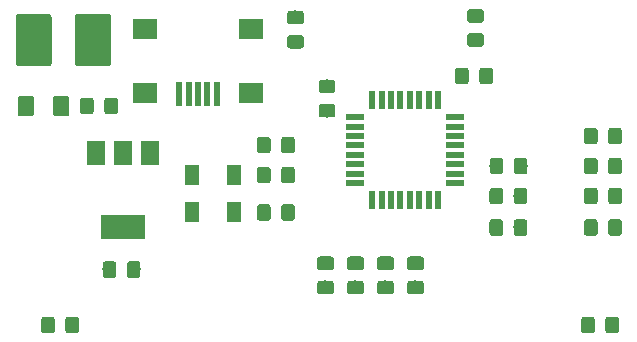
<source format=gbr>
G04 #@! TF.GenerationSoftware,KiCad,Pcbnew,(5.1.2)-2*
G04 #@! TF.CreationDate,2019-08-11T21:37:17+02:00*
G04 #@! TF.ProjectId,20190811_usbasp,32303139-3038-4313-915f-757362617370,rev?*
G04 #@! TF.SameCoordinates,Original*
G04 #@! TF.FileFunction,Paste,Top*
G04 #@! TF.FilePolarity,Positive*
%FSLAX46Y46*%
G04 Gerber Fmt 4.6, Leading zero omitted, Abs format (unit mm)*
G04 Created by KiCad (PCBNEW (5.1.2)-2) date 2019-08-11 21:37:17*
%MOMM*%
%LPD*%
G04 APERTURE LIST*
%ADD10R,2.000000X1.700000*%
%ADD11R,0.500000X2.000000*%
%ADD12R,1.300000X1.700000*%
%ADD13C,0.100000*%
%ADD14C,1.425000*%
%ADD15R,1.600000X0.550000*%
%ADD16R,0.550000X1.600000*%
%ADD17R,1.500000X2.000000*%
%ADD18R,3.800000X2.000000*%
%ADD19C,1.150000*%
%ADD20C,3.025000*%
G04 APERTURE END LIST*
D10*
X136520000Y-117165000D03*
X136520000Y-122615000D03*
X145420000Y-117165000D03*
X145420000Y-122615000D03*
D11*
X139370000Y-122715000D03*
X140170000Y-122715000D03*
X140970000Y-122715000D03*
X141770000Y-122715000D03*
X142570000Y-122715000D03*
D12*
X140490000Y-129540000D03*
X143990000Y-129540000D03*
X140490000Y-132715000D03*
X143990000Y-132715000D03*
D13*
G36*
X126888504Y-122824204D02*
G01*
X126912773Y-122827804D01*
X126936571Y-122833765D01*
X126959671Y-122842030D01*
X126981849Y-122852520D01*
X127002893Y-122865133D01*
X127022598Y-122879747D01*
X127040777Y-122896223D01*
X127057253Y-122914402D01*
X127071867Y-122934107D01*
X127084480Y-122955151D01*
X127094970Y-122977329D01*
X127103235Y-123000429D01*
X127109196Y-123024227D01*
X127112796Y-123048496D01*
X127114000Y-123073000D01*
X127114000Y-124323000D01*
X127112796Y-124347504D01*
X127109196Y-124371773D01*
X127103235Y-124395571D01*
X127094970Y-124418671D01*
X127084480Y-124440849D01*
X127071867Y-124461893D01*
X127057253Y-124481598D01*
X127040777Y-124499777D01*
X127022598Y-124516253D01*
X127002893Y-124530867D01*
X126981849Y-124543480D01*
X126959671Y-124553970D01*
X126936571Y-124562235D01*
X126912773Y-124568196D01*
X126888504Y-124571796D01*
X126864000Y-124573000D01*
X125939000Y-124573000D01*
X125914496Y-124571796D01*
X125890227Y-124568196D01*
X125866429Y-124562235D01*
X125843329Y-124553970D01*
X125821151Y-124543480D01*
X125800107Y-124530867D01*
X125780402Y-124516253D01*
X125762223Y-124499777D01*
X125745747Y-124481598D01*
X125731133Y-124461893D01*
X125718520Y-124440849D01*
X125708030Y-124418671D01*
X125699765Y-124395571D01*
X125693804Y-124371773D01*
X125690204Y-124347504D01*
X125689000Y-124323000D01*
X125689000Y-123073000D01*
X125690204Y-123048496D01*
X125693804Y-123024227D01*
X125699765Y-123000429D01*
X125708030Y-122977329D01*
X125718520Y-122955151D01*
X125731133Y-122934107D01*
X125745747Y-122914402D01*
X125762223Y-122896223D01*
X125780402Y-122879747D01*
X125800107Y-122865133D01*
X125821151Y-122852520D01*
X125843329Y-122842030D01*
X125866429Y-122833765D01*
X125890227Y-122827804D01*
X125914496Y-122824204D01*
X125939000Y-122823000D01*
X126864000Y-122823000D01*
X126888504Y-122824204D01*
X126888504Y-122824204D01*
G37*
D14*
X126401500Y-123698000D03*
D13*
G36*
X129863504Y-122824204D02*
G01*
X129887773Y-122827804D01*
X129911571Y-122833765D01*
X129934671Y-122842030D01*
X129956849Y-122852520D01*
X129977893Y-122865133D01*
X129997598Y-122879747D01*
X130015777Y-122896223D01*
X130032253Y-122914402D01*
X130046867Y-122934107D01*
X130059480Y-122955151D01*
X130069970Y-122977329D01*
X130078235Y-123000429D01*
X130084196Y-123024227D01*
X130087796Y-123048496D01*
X130089000Y-123073000D01*
X130089000Y-124323000D01*
X130087796Y-124347504D01*
X130084196Y-124371773D01*
X130078235Y-124395571D01*
X130069970Y-124418671D01*
X130059480Y-124440849D01*
X130046867Y-124461893D01*
X130032253Y-124481598D01*
X130015777Y-124499777D01*
X129997598Y-124516253D01*
X129977893Y-124530867D01*
X129956849Y-124543480D01*
X129934671Y-124553970D01*
X129911571Y-124562235D01*
X129887773Y-124568196D01*
X129863504Y-124571796D01*
X129839000Y-124573000D01*
X128914000Y-124573000D01*
X128889496Y-124571796D01*
X128865227Y-124568196D01*
X128841429Y-124562235D01*
X128818329Y-124553970D01*
X128796151Y-124543480D01*
X128775107Y-124530867D01*
X128755402Y-124516253D01*
X128737223Y-124499777D01*
X128720747Y-124481598D01*
X128706133Y-124461893D01*
X128693520Y-124440849D01*
X128683030Y-124418671D01*
X128674765Y-124395571D01*
X128668804Y-124371773D01*
X128665204Y-124347504D01*
X128664000Y-124323000D01*
X128664000Y-123073000D01*
X128665204Y-123048496D01*
X128668804Y-123024227D01*
X128674765Y-123000429D01*
X128683030Y-122977329D01*
X128693520Y-122955151D01*
X128706133Y-122934107D01*
X128720747Y-122914402D01*
X128737223Y-122896223D01*
X128755402Y-122879747D01*
X128775107Y-122865133D01*
X128796151Y-122852520D01*
X128818329Y-122842030D01*
X128841429Y-122833765D01*
X128865227Y-122827804D01*
X128889496Y-122824204D01*
X128914000Y-122823000D01*
X129839000Y-122823000D01*
X129863504Y-122824204D01*
X129863504Y-122824204D01*
G37*
D14*
X129376500Y-123698000D03*
D15*
X162765000Y-124640000D03*
X162765000Y-125440000D03*
X162765000Y-126240000D03*
X162765000Y-127040000D03*
X162765000Y-127840000D03*
X162765000Y-128640000D03*
X162765000Y-129440000D03*
X162765000Y-130240000D03*
D16*
X161315000Y-131690000D03*
X160515000Y-131690000D03*
X159715000Y-131690000D03*
X158915000Y-131690000D03*
X158115000Y-131690000D03*
X157315000Y-131690000D03*
X156515000Y-131690000D03*
X155715000Y-131690000D03*
D15*
X154265000Y-130240000D03*
X154265000Y-129440000D03*
X154265000Y-128640000D03*
X154265000Y-127840000D03*
X154265000Y-127040000D03*
X154265000Y-126240000D03*
X154265000Y-125440000D03*
X154265000Y-124640000D03*
D16*
X155715000Y-123190000D03*
X156515000Y-123190000D03*
X157315000Y-123190000D03*
X158115000Y-123190000D03*
X158915000Y-123190000D03*
X159715000Y-123190000D03*
X160515000Y-123190000D03*
X161315000Y-123190000D03*
D17*
X136920000Y-127660000D03*
X132320000Y-127660000D03*
X134620000Y-127660000D03*
D18*
X134620000Y-133960000D03*
D13*
G36*
X168642505Y-128079204D02*
G01*
X168666773Y-128082804D01*
X168690572Y-128088765D01*
X168713671Y-128097030D01*
X168735850Y-128107520D01*
X168756893Y-128120132D01*
X168776599Y-128134747D01*
X168794777Y-128151223D01*
X168811253Y-128169401D01*
X168825868Y-128189107D01*
X168838480Y-128210150D01*
X168848970Y-128232329D01*
X168857235Y-128255428D01*
X168863196Y-128279227D01*
X168866796Y-128303495D01*
X168868000Y-128327999D01*
X168868000Y-129228001D01*
X168866796Y-129252505D01*
X168863196Y-129276773D01*
X168857235Y-129300572D01*
X168848970Y-129323671D01*
X168838480Y-129345850D01*
X168825868Y-129366893D01*
X168811253Y-129386599D01*
X168794777Y-129404777D01*
X168776599Y-129421253D01*
X168756893Y-129435868D01*
X168735850Y-129448480D01*
X168713671Y-129458970D01*
X168690572Y-129467235D01*
X168666773Y-129473196D01*
X168642505Y-129476796D01*
X168618001Y-129478000D01*
X167967999Y-129478000D01*
X167943495Y-129476796D01*
X167919227Y-129473196D01*
X167895428Y-129467235D01*
X167872329Y-129458970D01*
X167850150Y-129448480D01*
X167829107Y-129435868D01*
X167809401Y-129421253D01*
X167791223Y-129404777D01*
X167774747Y-129386599D01*
X167760132Y-129366893D01*
X167747520Y-129345850D01*
X167737030Y-129323671D01*
X167728765Y-129300572D01*
X167722804Y-129276773D01*
X167719204Y-129252505D01*
X167718000Y-129228001D01*
X167718000Y-128327999D01*
X167719204Y-128303495D01*
X167722804Y-128279227D01*
X167728765Y-128255428D01*
X167737030Y-128232329D01*
X167747520Y-128210150D01*
X167760132Y-128189107D01*
X167774747Y-128169401D01*
X167791223Y-128151223D01*
X167809401Y-128134747D01*
X167829107Y-128120132D01*
X167850150Y-128107520D01*
X167872329Y-128097030D01*
X167895428Y-128088765D01*
X167919227Y-128082804D01*
X167943495Y-128079204D01*
X167967999Y-128078000D01*
X168618001Y-128078000D01*
X168642505Y-128079204D01*
X168642505Y-128079204D01*
G37*
D19*
X168293000Y-128778000D03*
D13*
G36*
X166592505Y-128079204D02*
G01*
X166616773Y-128082804D01*
X166640572Y-128088765D01*
X166663671Y-128097030D01*
X166685850Y-128107520D01*
X166706893Y-128120132D01*
X166726599Y-128134747D01*
X166744777Y-128151223D01*
X166761253Y-128169401D01*
X166775868Y-128189107D01*
X166788480Y-128210150D01*
X166798970Y-128232329D01*
X166807235Y-128255428D01*
X166813196Y-128279227D01*
X166816796Y-128303495D01*
X166818000Y-128327999D01*
X166818000Y-129228001D01*
X166816796Y-129252505D01*
X166813196Y-129276773D01*
X166807235Y-129300572D01*
X166798970Y-129323671D01*
X166788480Y-129345850D01*
X166775868Y-129366893D01*
X166761253Y-129386599D01*
X166744777Y-129404777D01*
X166726599Y-129421253D01*
X166706893Y-129435868D01*
X166685850Y-129448480D01*
X166663671Y-129458970D01*
X166640572Y-129467235D01*
X166616773Y-129473196D01*
X166592505Y-129476796D01*
X166568001Y-129478000D01*
X165917999Y-129478000D01*
X165893495Y-129476796D01*
X165869227Y-129473196D01*
X165845428Y-129467235D01*
X165822329Y-129458970D01*
X165800150Y-129448480D01*
X165779107Y-129435868D01*
X165759401Y-129421253D01*
X165741223Y-129404777D01*
X165724747Y-129386599D01*
X165710132Y-129366893D01*
X165697520Y-129345850D01*
X165687030Y-129323671D01*
X165678765Y-129300572D01*
X165672804Y-129276773D01*
X165669204Y-129252505D01*
X165668000Y-129228001D01*
X165668000Y-128327999D01*
X165669204Y-128303495D01*
X165672804Y-128279227D01*
X165678765Y-128255428D01*
X165687030Y-128232329D01*
X165697520Y-128210150D01*
X165710132Y-128189107D01*
X165724747Y-128169401D01*
X165741223Y-128151223D01*
X165759401Y-128134747D01*
X165779107Y-128120132D01*
X165800150Y-128107520D01*
X165822329Y-128097030D01*
X165845428Y-128088765D01*
X165869227Y-128082804D01*
X165893495Y-128079204D01*
X165917999Y-128078000D01*
X166568001Y-128078000D01*
X166592505Y-128079204D01*
X166592505Y-128079204D01*
G37*
D19*
X166243000Y-128778000D03*
D13*
G36*
X133962505Y-122999204D02*
G01*
X133986773Y-123002804D01*
X134010572Y-123008765D01*
X134033671Y-123017030D01*
X134055850Y-123027520D01*
X134076893Y-123040132D01*
X134096599Y-123054747D01*
X134114777Y-123071223D01*
X134131253Y-123089401D01*
X134145868Y-123109107D01*
X134158480Y-123130150D01*
X134168970Y-123152329D01*
X134177235Y-123175428D01*
X134183196Y-123199227D01*
X134186796Y-123223495D01*
X134188000Y-123247999D01*
X134188000Y-124148001D01*
X134186796Y-124172505D01*
X134183196Y-124196773D01*
X134177235Y-124220572D01*
X134168970Y-124243671D01*
X134158480Y-124265850D01*
X134145868Y-124286893D01*
X134131253Y-124306599D01*
X134114777Y-124324777D01*
X134096599Y-124341253D01*
X134076893Y-124355868D01*
X134055850Y-124368480D01*
X134033671Y-124378970D01*
X134010572Y-124387235D01*
X133986773Y-124393196D01*
X133962505Y-124396796D01*
X133938001Y-124398000D01*
X133287999Y-124398000D01*
X133263495Y-124396796D01*
X133239227Y-124393196D01*
X133215428Y-124387235D01*
X133192329Y-124378970D01*
X133170150Y-124368480D01*
X133149107Y-124355868D01*
X133129401Y-124341253D01*
X133111223Y-124324777D01*
X133094747Y-124306599D01*
X133080132Y-124286893D01*
X133067520Y-124265850D01*
X133057030Y-124243671D01*
X133048765Y-124220572D01*
X133042804Y-124196773D01*
X133039204Y-124172505D01*
X133038000Y-124148001D01*
X133038000Y-123247999D01*
X133039204Y-123223495D01*
X133042804Y-123199227D01*
X133048765Y-123175428D01*
X133057030Y-123152329D01*
X133067520Y-123130150D01*
X133080132Y-123109107D01*
X133094747Y-123089401D01*
X133111223Y-123071223D01*
X133129401Y-123054747D01*
X133149107Y-123040132D01*
X133170150Y-123027520D01*
X133192329Y-123017030D01*
X133215428Y-123008765D01*
X133239227Y-123002804D01*
X133263495Y-122999204D01*
X133287999Y-122998000D01*
X133938001Y-122998000D01*
X133962505Y-122999204D01*
X133962505Y-122999204D01*
G37*
D19*
X133613000Y-123698000D03*
D13*
G36*
X131912505Y-122999204D02*
G01*
X131936773Y-123002804D01*
X131960572Y-123008765D01*
X131983671Y-123017030D01*
X132005850Y-123027520D01*
X132026893Y-123040132D01*
X132046599Y-123054747D01*
X132064777Y-123071223D01*
X132081253Y-123089401D01*
X132095868Y-123109107D01*
X132108480Y-123130150D01*
X132118970Y-123152329D01*
X132127235Y-123175428D01*
X132133196Y-123199227D01*
X132136796Y-123223495D01*
X132138000Y-123247999D01*
X132138000Y-124148001D01*
X132136796Y-124172505D01*
X132133196Y-124196773D01*
X132127235Y-124220572D01*
X132118970Y-124243671D01*
X132108480Y-124265850D01*
X132095868Y-124286893D01*
X132081253Y-124306599D01*
X132064777Y-124324777D01*
X132046599Y-124341253D01*
X132026893Y-124355868D01*
X132005850Y-124368480D01*
X131983671Y-124378970D01*
X131960572Y-124387235D01*
X131936773Y-124393196D01*
X131912505Y-124396796D01*
X131888001Y-124398000D01*
X131237999Y-124398000D01*
X131213495Y-124396796D01*
X131189227Y-124393196D01*
X131165428Y-124387235D01*
X131142329Y-124378970D01*
X131120150Y-124368480D01*
X131099107Y-124355868D01*
X131079401Y-124341253D01*
X131061223Y-124324777D01*
X131044747Y-124306599D01*
X131030132Y-124286893D01*
X131017520Y-124265850D01*
X131007030Y-124243671D01*
X130998765Y-124220572D01*
X130992804Y-124196773D01*
X130989204Y-124172505D01*
X130988000Y-124148001D01*
X130988000Y-123247999D01*
X130989204Y-123223495D01*
X130992804Y-123199227D01*
X130998765Y-123175428D01*
X131007030Y-123152329D01*
X131017520Y-123130150D01*
X131030132Y-123109107D01*
X131044747Y-123089401D01*
X131061223Y-123071223D01*
X131079401Y-123054747D01*
X131099107Y-123040132D01*
X131120150Y-123027520D01*
X131142329Y-123017030D01*
X131165428Y-123008765D01*
X131189227Y-123002804D01*
X131213495Y-122999204D01*
X131237999Y-122998000D01*
X131888001Y-122998000D01*
X131912505Y-122999204D01*
X131912505Y-122999204D01*
G37*
D19*
X131563000Y-123698000D03*
D13*
G36*
X168624505Y-133286204D02*
G01*
X168648773Y-133289804D01*
X168672572Y-133295765D01*
X168695671Y-133304030D01*
X168717850Y-133314520D01*
X168738893Y-133327132D01*
X168758599Y-133341747D01*
X168776777Y-133358223D01*
X168793253Y-133376401D01*
X168807868Y-133396107D01*
X168820480Y-133417150D01*
X168830970Y-133439329D01*
X168839235Y-133462428D01*
X168845196Y-133486227D01*
X168848796Y-133510495D01*
X168850000Y-133534999D01*
X168850000Y-134435001D01*
X168848796Y-134459505D01*
X168845196Y-134483773D01*
X168839235Y-134507572D01*
X168830970Y-134530671D01*
X168820480Y-134552850D01*
X168807868Y-134573893D01*
X168793253Y-134593599D01*
X168776777Y-134611777D01*
X168758599Y-134628253D01*
X168738893Y-134642868D01*
X168717850Y-134655480D01*
X168695671Y-134665970D01*
X168672572Y-134674235D01*
X168648773Y-134680196D01*
X168624505Y-134683796D01*
X168600001Y-134685000D01*
X167949999Y-134685000D01*
X167925495Y-134683796D01*
X167901227Y-134680196D01*
X167877428Y-134674235D01*
X167854329Y-134665970D01*
X167832150Y-134655480D01*
X167811107Y-134642868D01*
X167791401Y-134628253D01*
X167773223Y-134611777D01*
X167756747Y-134593599D01*
X167742132Y-134573893D01*
X167729520Y-134552850D01*
X167719030Y-134530671D01*
X167710765Y-134507572D01*
X167704804Y-134483773D01*
X167701204Y-134459505D01*
X167700000Y-134435001D01*
X167700000Y-133534999D01*
X167701204Y-133510495D01*
X167704804Y-133486227D01*
X167710765Y-133462428D01*
X167719030Y-133439329D01*
X167729520Y-133417150D01*
X167742132Y-133396107D01*
X167756747Y-133376401D01*
X167773223Y-133358223D01*
X167791401Y-133341747D01*
X167811107Y-133327132D01*
X167832150Y-133314520D01*
X167854329Y-133304030D01*
X167877428Y-133295765D01*
X167901227Y-133289804D01*
X167925495Y-133286204D01*
X167949999Y-133285000D01*
X168600001Y-133285000D01*
X168624505Y-133286204D01*
X168624505Y-133286204D01*
G37*
D19*
X168275000Y-133985000D03*
D13*
G36*
X166574505Y-133286204D02*
G01*
X166598773Y-133289804D01*
X166622572Y-133295765D01*
X166645671Y-133304030D01*
X166667850Y-133314520D01*
X166688893Y-133327132D01*
X166708599Y-133341747D01*
X166726777Y-133358223D01*
X166743253Y-133376401D01*
X166757868Y-133396107D01*
X166770480Y-133417150D01*
X166780970Y-133439329D01*
X166789235Y-133462428D01*
X166795196Y-133486227D01*
X166798796Y-133510495D01*
X166800000Y-133534999D01*
X166800000Y-134435001D01*
X166798796Y-134459505D01*
X166795196Y-134483773D01*
X166789235Y-134507572D01*
X166780970Y-134530671D01*
X166770480Y-134552850D01*
X166757868Y-134573893D01*
X166743253Y-134593599D01*
X166726777Y-134611777D01*
X166708599Y-134628253D01*
X166688893Y-134642868D01*
X166667850Y-134655480D01*
X166645671Y-134665970D01*
X166622572Y-134674235D01*
X166598773Y-134680196D01*
X166574505Y-134683796D01*
X166550001Y-134685000D01*
X165899999Y-134685000D01*
X165875495Y-134683796D01*
X165851227Y-134680196D01*
X165827428Y-134674235D01*
X165804329Y-134665970D01*
X165782150Y-134655480D01*
X165761107Y-134642868D01*
X165741401Y-134628253D01*
X165723223Y-134611777D01*
X165706747Y-134593599D01*
X165692132Y-134573893D01*
X165679520Y-134552850D01*
X165669030Y-134530671D01*
X165660765Y-134507572D01*
X165654804Y-134483773D01*
X165651204Y-134459505D01*
X165650000Y-134435001D01*
X165650000Y-133534999D01*
X165651204Y-133510495D01*
X165654804Y-133486227D01*
X165660765Y-133462428D01*
X165669030Y-133439329D01*
X165679520Y-133417150D01*
X165692132Y-133396107D01*
X165706747Y-133376401D01*
X165723223Y-133358223D01*
X165741401Y-133341747D01*
X165761107Y-133327132D01*
X165782150Y-133314520D01*
X165804329Y-133304030D01*
X165827428Y-133295765D01*
X165851227Y-133289804D01*
X165875495Y-133286204D01*
X165899999Y-133285000D01*
X166550001Y-133285000D01*
X166574505Y-133286204D01*
X166574505Y-133286204D01*
G37*
D19*
X166225000Y-133985000D03*
D13*
G36*
X168624505Y-130619204D02*
G01*
X168648773Y-130622804D01*
X168672572Y-130628765D01*
X168695671Y-130637030D01*
X168717850Y-130647520D01*
X168738893Y-130660132D01*
X168758599Y-130674747D01*
X168776777Y-130691223D01*
X168793253Y-130709401D01*
X168807868Y-130729107D01*
X168820480Y-130750150D01*
X168830970Y-130772329D01*
X168839235Y-130795428D01*
X168845196Y-130819227D01*
X168848796Y-130843495D01*
X168850000Y-130867999D01*
X168850000Y-131768001D01*
X168848796Y-131792505D01*
X168845196Y-131816773D01*
X168839235Y-131840572D01*
X168830970Y-131863671D01*
X168820480Y-131885850D01*
X168807868Y-131906893D01*
X168793253Y-131926599D01*
X168776777Y-131944777D01*
X168758599Y-131961253D01*
X168738893Y-131975868D01*
X168717850Y-131988480D01*
X168695671Y-131998970D01*
X168672572Y-132007235D01*
X168648773Y-132013196D01*
X168624505Y-132016796D01*
X168600001Y-132018000D01*
X167949999Y-132018000D01*
X167925495Y-132016796D01*
X167901227Y-132013196D01*
X167877428Y-132007235D01*
X167854329Y-131998970D01*
X167832150Y-131988480D01*
X167811107Y-131975868D01*
X167791401Y-131961253D01*
X167773223Y-131944777D01*
X167756747Y-131926599D01*
X167742132Y-131906893D01*
X167729520Y-131885850D01*
X167719030Y-131863671D01*
X167710765Y-131840572D01*
X167704804Y-131816773D01*
X167701204Y-131792505D01*
X167700000Y-131768001D01*
X167700000Y-130867999D01*
X167701204Y-130843495D01*
X167704804Y-130819227D01*
X167710765Y-130795428D01*
X167719030Y-130772329D01*
X167729520Y-130750150D01*
X167742132Y-130729107D01*
X167756747Y-130709401D01*
X167773223Y-130691223D01*
X167791401Y-130674747D01*
X167811107Y-130660132D01*
X167832150Y-130647520D01*
X167854329Y-130637030D01*
X167877428Y-130628765D01*
X167901227Y-130622804D01*
X167925495Y-130619204D01*
X167949999Y-130618000D01*
X168600001Y-130618000D01*
X168624505Y-130619204D01*
X168624505Y-130619204D01*
G37*
D19*
X168275000Y-131318000D03*
D13*
G36*
X166574505Y-130619204D02*
G01*
X166598773Y-130622804D01*
X166622572Y-130628765D01*
X166645671Y-130637030D01*
X166667850Y-130647520D01*
X166688893Y-130660132D01*
X166708599Y-130674747D01*
X166726777Y-130691223D01*
X166743253Y-130709401D01*
X166757868Y-130729107D01*
X166770480Y-130750150D01*
X166780970Y-130772329D01*
X166789235Y-130795428D01*
X166795196Y-130819227D01*
X166798796Y-130843495D01*
X166800000Y-130867999D01*
X166800000Y-131768001D01*
X166798796Y-131792505D01*
X166795196Y-131816773D01*
X166789235Y-131840572D01*
X166780970Y-131863671D01*
X166770480Y-131885850D01*
X166757868Y-131906893D01*
X166743253Y-131926599D01*
X166726777Y-131944777D01*
X166708599Y-131961253D01*
X166688893Y-131975868D01*
X166667850Y-131988480D01*
X166645671Y-131998970D01*
X166622572Y-132007235D01*
X166598773Y-132013196D01*
X166574505Y-132016796D01*
X166550001Y-132018000D01*
X165899999Y-132018000D01*
X165875495Y-132016796D01*
X165851227Y-132013196D01*
X165827428Y-132007235D01*
X165804329Y-131998970D01*
X165782150Y-131988480D01*
X165761107Y-131975868D01*
X165741401Y-131961253D01*
X165723223Y-131944777D01*
X165706747Y-131926599D01*
X165692132Y-131906893D01*
X165679520Y-131885850D01*
X165669030Y-131863671D01*
X165660765Y-131840572D01*
X165654804Y-131816773D01*
X165651204Y-131792505D01*
X165650000Y-131768001D01*
X165650000Y-130867999D01*
X165651204Y-130843495D01*
X165654804Y-130819227D01*
X165660765Y-130795428D01*
X165669030Y-130772329D01*
X165679520Y-130750150D01*
X165692132Y-130729107D01*
X165706747Y-130709401D01*
X165723223Y-130691223D01*
X165741401Y-130674747D01*
X165761107Y-130660132D01*
X165782150Y-130647520D01*
X165804329Y-130637030D01*
X165827428Y-130628765D01*
X165851227Y-130622804D01*
X165875495Y-130619204D01*
X165899999Y-130618000D01*
X166550001Y-130618000D01*
X166574505Y-130619204D01*
X166574505Y-130619204D01*
G37*
D19*
X166225000Y-131318000D03*
D13*
G36*
X146889505Y-126301204D02*
G01*
X146913773Y-126304804D01*
X146937572Y-126310765D01*
X146960671Y-126319030D01*
X146982850Y-126329520D01*
X147003893Y-126342132D01*
X147023599Y-126356747D01*
X147041777Y-126373223D01*
X147058253Y-126391401D01*
X147072868Y-126411107D01*
X147085480Y-126432150D01*
X147095970Y-126454329D01*
X147104235Y-126477428D01*
X147110196Y-126501227D01*
X147113796Y-126525495D01*
X147115000Y-126549999D01*
X147115000Y-127450001D01*
X147113796Y-127474505D01*
X147110196Y-127498773D01*
X147104235Y-127522572D01*
X147095970Y-127545671D01*
X147085480Y-127567850D01*
X147072868Y-127588893D01*
X147058253Y-127608599D01*
X147041777Y-127626777D01*
X147023599Y-127643253D01*
X147003893Y-127657868D01*
X146982850Y-127670480D01*
X146960671Y-127680970D01*
X146937572Y-127689235D01*
X146913773Y-127695196D01*
X146889505Y-127698796D01*
X146865001Y-127700000D01*
X146214999Y-127700000D01*
X146190495Y-127698796D01*
X146166227Y-127695196D01*
X146142428Y-127689235D01*
X146119329Y-127680970D01*
X146097150Y-127670480D01*
X146076107Y-127657868D01*
X146056401Y-127643253D01*
X146038223Y-127626777D01*
X146021747Y-127608599D01*
X146007132Y-127588893D01*
X145994520Y-127567850D01*
X145984030Y-127545671D01*
X145975765Y-127522572D01*
X145969804Y-127498773D01*
X145966204Y-127474505D01*
X145965000Y-127450001D01*
X145965000Y-126549999D01*
X145966204Y-126525495D01*
X145969804Y-126501227D01*
X145975765Y-126477428D01*
X145984030Y-126454329D01*
X145994520Y-126432150D01*
X146007132Y-126411107D01*
X146021747Y-126391401D01*
X146038223Y-126373223D01*
X146056401Y-126356747D01*
X146076107Y-126342132D01*
X146097150Y-126329520D01*
X146119329Y-126319030D01*
X146142428Y-126310765D01*
X146166227Y-126304804D01*
X146190495Y-126301204D01*
X146214999Y-126300000D01*
X146865001Y-126300000D01*
X146889505Y-126301204D01*
X146889505Y-126301204D01*
G37*
D19*
X146540000Y-127000000D03*
D13*
G36*
X148939505Y-126301204D02*
G01*
X148963773Y-126304804D01*
X148987572Y-126310765D01*
X149010671Y-126319030D01*
X149032850Y-126329520D01*
X149053893Y-126342132D01*
X149073599Y-126356747D01*
X149091777Y-126373223D01*
X149108253Y-126391401D01*
X149122868Y-126411107D01*
X149135480Y-126432150D01*
X149145970Y-126454329D01*
X149154235Y-126477428D01*
X149160196Y-126501227D01*
X149163796Y-126525495D01*
X149165000Y-126549999D01*
X149165000Y-127450001D01*
X149163796Y-127474505D01*
X149160196Y-127498773D01*
X149154235Y-127522572D01*
X149145970Y-127545671D01*
X149135480Y-127567850D01*
X149122868Y-127588893D01*
X149108253Y-127608599D01*
X149091777Y-127626777D01*
X149073599Y-127643253D01*
X149053893Y-127657868D01*
X149032850Y-127670480D01*
X149010671Y-127680970D01*
X148987572Y-127689235D01*
X148963773Y-127695196D01*
X148939505Y-127698796D01*
X148915001Y-127700000D01*
X148264999Y-127700000D01*
X148240495Y-127698796D01*
X148216227Y-127695196D01*
X148192428Y-127689235D01*
X148169329Y-127680970D01*
X148147150Y-127670480D01*
X148126107Y-127657868D01*
X148106401Y-127643253D01*
X148088223Y-127626777D01*
X148071747Y-127608599D01*
X148057132Y-127588893D01*
X148044520Y-127567850D01*
X148034030Y-127545671D01*
X148025765Y-127522572D01*
X148019804Y-127498773D01*
X148016204Y-127474505D01*
X148015000Y-127450001D01*
X148015000Y-126549999D01*
X148016204Y-126525495D01*
X148019804Y-126501227D01*
X148025765Y-126477428D01*
X148034030Y-126454329D01*
X148044520Y-126432150D01*
X148057132Y-126411107D01*
X148071747Y-126391401D01*
X148088223Y-126373223D01*
X148106401Y-126356747D01*
X148126107Y-126342132D01*
X148147150Y-126329520D01*
X148169329Y-126319030D01*
X148192428Y-126310765D01*
X148216227Y-126304804D01*
X148240495Y-126301204D01*
X148264999Y-126300000D01*
X148915001Y-126300000D01*
X148939505Y-126301204D01*
X148939505Y-126301204D01*
G37*
D19*
X148590000Y-127000000D03*
D13*
G36*
X148939505Y-132016204D02*
G01*
X148963773Y-132019804D01*
X148987572Y-132025765D01*
X149010671Y-132034030D01*
X149032850Y-132044520D01*
X149053893Y-132057132D01*
X149073599Y-132071747D01*
X149091777Y-132088223D01*
X149108253Y-132106401D01*
X149122868Y-132126107D01*
X149135480Y-132147150D01*
X149145970Y-132169329D01*
X149154235Y-132192428D01*
X149160196Y-132216227D01*
X149163796Y-132240495D01*
X149165000Y-132264999D01*
X149165000Y-133165001D01*
X149163796Y-133189505D01*
X149160196Y-133213773D01*
X149154235Y-133237572D01*
X149145970Y-133260671D01*
X149135480Y-133282850D01*
X149122868Y-133303893D01*
X149108253Y-133323599D01*
X149091777Y-133341777D01*
X149073599Y-133358253D01*
X149053893Y-133372868D01*
X149032850Y-133385480D01*
X149010671Y-133395970D01*
X148987572Y-133404235D01*
X148963773Y-133410196D01*
X148939505Y-133413796D01*
X148915001Y-133415000D01*
X148264999Y-133415000D01*
X148240495Y-133413796D01*
X148216227Y-133410196D01*
X148192428Y-133404235D01*
X148169329Y-133395970D01*
X148147150Y-133385480D01*
X148126107Y-133372868D01*
X148106401Y-133358253D01*
X148088223Y-133341777D01*
X148071747Y-133323599D01*
X148057132Y-133303893D01*
X148044520Y-133282850D01*
X148034030Y-133260671D01*
X148025765Y-133237572D01*
X148019804Y-133213773D01*
X148016204Y-133189505D01*
X148015000Y-133165001D01*
X148015000Y-132264999D01*
X148016204Y-132240495D01*
X148019804Y-132216227D01*
X148025765Y-132192428D01*
X148034030Y-132169329D01*
X148044520Y-132147150D01*
X148057132Y-132126107D01*
X148071747Y-132106401D01*
X148088223Y-132088223D01*
X148106401Y-132071747D01*
X148126107Y-132057132D01*
X148147150Y-132044520D01*
X148169329Y-132034030D01*
X148192428Y-132025765D01*
X148216227Y-132019804D01*
X148240495Y-132016204D01*
X148264999Y-132015000D01*
X148915001Y-132015000D01*
X148939505Y-132016204D01*
X148939505Y-132016204D01*
G37*
D19*
X148590000Y-132715000D03*
D13*
G36*
X146889505Y-132016204D02*
G01*
X146913773Y-132019804D01*
X146937572Y-132025765D01*
X146960671Y-132034030D01*
X146982850Y-132044520D01*
X147003893Y-132057132D01*
X147023599Y-132071747D01*
X147041777Y-132088223D01*
X147058253Y-132106401D01*
X147072868Y-132126107D01*
X147085480Y-132147150D01*
X147095970Y-132169329D01*
X147104235Y-132192428D01*
X147110196Y-132216227D01*
X147113796Y-132240495D01*
X147115000Y-132264999D01*
X147115000Y-133165001D01*
X147113796Y-133189505D01*
X147110196Y-133213773D01*
X147104235Y-133237572D01*
X147095970Y-133260671D01*
X147085480Y-133282850D01*
X147072868Y-133303893D01*
X147058253Y-133323599D01*
X147041777Y-133341777D01*
X147023599Y-133358253D01*
X147003893Y-133372868D01*
X146982850Y-133385480D01*
X146960671Y-133395970D01*
X146937572Y-133404235D01*
X146913773Y-133410196D01*
X146889505Y-133413796D01*
X146865001Y-133415000D01*
X146214999Y-133415000D01*
X146190495Y-133413796D01*
X146166227Y-133410196D01*
X146142428Y-133404235D01*
X146119329Y-133395970D01*
X146097150Y-133385480D01*
X146076107Y-133372868D01*
X146056401Y-133358253D01*
X146038223Y-133341777D01*
X146021747Y-133323599D01*
X146007132Y-133303893D01*
X145994520Y-133282850D01*
X145984030Y-133260671D01*
X145975765Y-133237572D01*
X145969804Y-133213773D01*
X145966204Y-133189505D01*
X145965000Y-133165001D01*
X145965000Y-132264999D01*
X145966204Y-132240495D01*
X145969804Y-132216227D01*
X145975765Y-132192428D01*
X145984030Y-132169329D01*
X145994520Y-132147150D01*
X146007132Y-132126107D01*
X146021747Y-132106401D01*
X146038223Y-132088223D01*
X146056401Y-132071747D01*
X146076107Y-132057132D01*
X146097150Y-132044520D01*
X146119329Y-132034030D01*
X146142428Y-132025765D01*
X146166227Y-132019804D01*
X146190495Y-132016204D01*
X146214999Y-132015000D01*
X146865001Y-132015000D01*
X146889505Y-132016204D01*
X146889505Y-132016204D01*
G37*
D19*
X146540000Y-132715000D03*
D13*
G36*
X148939505Y-128841204D02*
G01*
X148963773Y-128844804D01*
X148987572Y-128850765D01*
X149010671Y-128859030D01*
X149032850Y-128869520D01*
X149053893Y-128882132D01*
X149073599Y-128896747D01*
X149091777Y-128913223D01*
X149108253Y-128931401D01*
X149122868Y-128951107D01*
X149135480Y-128972150D01*
X149145970Y-128994329D01*
X149154235Y-129017428D01*
X149160196Y-129041227D01*
X149163796Y-129065495D01*
X149165000Y-129089999D01*
X149165000Y-129990001D01*
X149163796Y-130014505D01*
X149160196Y-130038773D01*
X149154235Y-130062572D01*
X149145970Y-130085671D01*
X149135480Y-130107850D01*
X149122868Y-130128893D01*
X149108253Y-130148599D01*
X149091777Y-130166777D01*
X149073599Y-130183253D01*
X149053893Y-130197868D01*
X149032850Y-130210480D01*
X149010671Y-130220970D01*
X148987572Y-130229235D01*
X148963773Y-130235196D01*
X148939505Y-130238796D01*
X148915001Y-130240000D01*
X148264999Y-130240000D01*
X148240495Y-130238796D01*
X148216227Y-130235196D01*
X148192428Y-130229235D01*
X148169329Y-130220970D01*
X148147150Y-130210480D01*
X148126107Y-130197868D01*
X148106401Y-130183253D01*
X148088223Y-130166777D01*
X148071747Y-130148599D01*
X148057132Y-130128893D01*
X148044520Y-130107850D01*
X148034030Y-130085671D01*
X148025765Y-130062572D01*
X148019804Y-130038773D01*
X148016204Y-130014505D01*
X148015000Y-129990001D01*
X148015000Y-129089999D01*
X148016204Y-129065495D01*
X148019804Y-129041227D01*
X148025765Y-129017428D01*
X148034030Y-128994329D01*
X148044520Y-128972150D01*
X148057132Y-128951107D01*
X148071747Y-128931401D01*
X148088223Y-128913223D01*
X148106401Y-128896747D01*
X148126107Y-128882132D01*
X148147150Y-128869520D01*
X148169329Y-128859030D01*
X148192428Y-128850765D01*
X148216227Y-128844804D01*
X148240495Y-128841204D01*
X148264999Y-128840000D01*
X148915001Y-128840000D01*
X148939505Y-128841204D01*
X148939505Y-128841204D01*
G37*
D19*
X148590000Y-129540000D03*
D13*
G36*
X146889505Y-128841204D02*
G01*
X146913773Y-128844804D01*
X146937572Y-128850765D01*
X146960671Y-128859030D01*
X146982850Y-128869520D01*
X147003893Y-128882132D01*
X147023599Y-128896747D01*
X147041777Y-128913223D01*
X147058253Y-128931401D01*
X147072868Y-128951107D01*
X147085480Y-128972150D01*
X147095970Y-128994329D01*
X147104235Y-129017428D01*
X147110196Y-129041227D01*
X147113796Y-129065495D01*
X147115000Y-129089999D01*
X147115000Y-129990001D01*
X147113796Y-130014505D01*
X147110196Y-130038773D01*
X147104235Y-130062572D01*
X147095970Y-130085671D01*
X147085480Y-130107850D01*
X147072868Y-130128893D01*
X147058253Y-130148599D01*
X147041777Y-130166777D01*
X147023599Y-130183253D01*
X147003893Y-130197868D01*
X146982850Y-130210480D01*
X146960671Y-130220970D01*
X146937572Y-130229235D01*
X146913773Y-130235196D01*
X146889505Y-130238796D01*
X146865001Y-130240000D01*
X146214999Y-130240000D01*
X146190495Y-130238796D01*
X146166227Y-130235196D01*
X146142428Y-130229235D01*
X146119329Y-130220970D01*
X146097150Y-130210480D01*
X146076107Y-130197868D01*
X146056401Y-130183253D01*
X146038223Y-130166777D01*
X146021747Y-130148599D01*
X146007132Y-130128893D01*
X145994520Y-130107850D01*
X145984030Y-130085671D01*
X145975765Y-130062572D01*
X145969804Y-130038773D01*
X145966204Y-130014505D01*
X145965000Y-129990001D01*
X145965000Y-129089999D01*
X145966204Y-129065495D01*
X145969804Y-129041227D01*
X145975765Y-129017428D01*
X145984030Y-128994329D01*
X145994520Y-128972150D01*
X146007132Y-128951107D01*
X146021747Y-128931401D01*
X146038223Y-128913223D01*
X146056401Y-128896747D01*
X146076107Y-128882132D01*
X146097150Y-128869520D01*
X146119329Y-128859030D01*
X146142428Y-128850765D01*
X146166227Y-128844804D01*
X146190495Y-128841204D01*
X146214999Y-128840000D01*
X146865001Y-128840000D01*
X146889505Y-128841204D01*
X146889505Y-128841204D01*
G37*
D19*
X146540000Y-129540000D03*
D13*
G36*
X157319505Y-138491204D02*
G01*
X157343773Y-138494804D01*
X157367572Y-138500765D01*
X157390671Y-138509030D01*
X157412850Y-138519520D01*
X157433893Y-138532132D01*
X157453599Y-138546747D01*
X157471777Y-138563223D01*
X157488253Y-138581401D01*
X157502868Y-138601107D01*
X157515480Y-138622150D01*
X157525970Y-138644329D01*
X157534235Y-138667428D01*
X157540196Y-138691227D01*
X157543796Y-138715495D01*
X157545000Y-138739999D01*
X157545000Y-139390001D01*
X157543796Y-139414505D01*
X157540196Y-139438773D01*
X157534235Y-139462572D01*
X157525970Y-139485671D01*
X157515480Y-139507850D01*
X157502868Y-139528893D01*
X157488253Y-139548599D01*
X157471777Y-139566777D01*
X157453599Y-139583253D01*
X157433893Y-139597868D01*
X157412850Y-139610480D01*
X157390671Y-139620970D01*
X157367572Y-139629235D01*
X157343773Y-139635196D01*
X157319505Y-139638796D01*
X157295001Y-139640000D01*
X156394999Y-139640000D01*
X156370495Y-139638796D01*
X156346227Y-139635196D01*
X156322428Y-139629235D01*
X156299329Y-139620970D01*
X156277150Y-139610480D01*
X156256107Y-139597868D01*
X156236401Y-139583253D01*
X156218223Y-139566777D01*
X156201747Y-139548599D01*
X156187132Y-139528893D01*
X156174520Y-139507850D01*
X156164030Y-139485671D01*
X156155765Y-139462572D01*
X156149804Y-139438773D01*
X156146204Y-139414505D01*
X156145000Y-139390001D01*
X156145000Y-138739999D01*
X156146204Y-138715495D01*
X156149804Y-138691227D01*
X156155765Y-138667428D01*
X156164030Y-138644329D01*
X156174520Y-138622150D01*
X156187132Y-138601107D01*
X156201747Y-138581401D01*
X156218223Y-138563223D01*
X156236401Y-138546747D01*
X156256107Y-138532132D01*
X156277150Y-138519520D01*
X156299329Y-138509030D01*
X156322428Y-138500765D01*
X156346227Y-138494804D01*
X156370495Y-138491204D01*
X156394999Y-138490000D01*
X157295001Y-138490000D01*
X157319505Y-138491204D01*
X157319505Y-138491204D01*
G37*
D19*
X156845000Y-139065000D03*
D13*
G36*
X157319505Y-136441204D02*
G01*
X157343773Y-136444804D01*
X157367572Y-136450765D01*
X157390671Y-136459030D01*
X157412850Y-136469520D01*
X157433893Y-136482132D01*
X157453599Y-136496747D01*
X157471777Y-136513223D01*
X157488253Y-136531401D01*
X157502868Y-136551107D01*
X157515480Y-136572150D01*
X157525970Y-136594329D01*
X157534235Y-136617428D01*
X157540196Y-136641227D01*
X157543796Y-136665495D01*
X157545000Y-136689999D01*
X157545000Y-137340001D01*
X157543796Y-137364505D01*
X157540196Y-137388773D01*
X157534235Y-137412572D01*
X157525970Y-137435671D01*
X157515480Y-137457850D01*
X157502868Y-137478893D01*
X157488253Y-137498599D01*
X157471777Y-137516777D01*
X157453599Y-137533253D01*
X157433893Y-137547868D01*
X157412850Y-137560480D01*
X157390671Y-137570970D01*
X157367572Y-137579235D01*
X157343773Y-137585196D01*
X157319505Y-137588796D01*
X157295001Y-137590000D01*
X156394999Y-137590000D01*
X156370495Y-137588796D01*
X156346227Y-137585196D01*
X156322428Y-137579235D01*
X156299329Y-137570970D01*
X156277150Y-137560480D01*
X156256107Y-137547868D01*
X156236401Y-137533253D01*
X156218223Y-137516777D01*
X156201747Y-137498599D01*
X156187132Y-137478893D01*
X156174520Y-137457850D01*
X156164030Y-137435671D01*
X156155765Y-137412572D01*
X156149804Y-137388773D01*
X156146204Y-137364505D01*
X156145000Y-137340001D01*
X156145000Y-136689999D01*
X156146204Y-136665495D01*
X156149804Y-136641227D01*
X156155765Y-136617428D01*
X156164030Y-136594329D01*
X156174520Y-136572150D01*
X156187132Y-136551107D01*
X156201747Y-136531401D01*
X156218223Y-136513223D01*
X156236401Y-136496747D01*
X156256107Y-136482132D01*
X156277150Y-136469520D01*
X156299329Y-136459030D01*
X156322428Y-136450765D01*
X156346227Y-136444804D01*
X156370495Y-136441204D01*
X156394999Y-136440000D01*
X157295001Y-136440000D01*
X157319505Y-136441204D01*
X157319505Y-136441204D01*
G37*
D19*
X156845000Y-137015000D03*
D13*
G36*
X159859505Y-138491204D02*
G01*
X159883773Y-138494804D01*
X159907572Y-138500765D01*
X159930671Y-138509030D01*
X159952850Y-138519520D01*
X159973893Y-138532132D01*
X159993599Y-138546747D01*
X160011777Y-138563223D01*
X160028253Y-138581401D01*
X160042868Y-138601107D01*
X160055480Y-138622150D01*
X160065970Y-138644329D01*
X160074235Y-138667428D01*
X160080196Y-138691227D01*
X160083796Y-138715495D01*
X160085000Y-138739999D01*
X160085000Y-139390001D01*
X160083796Y-139414505D01*
X160080196Y-139438773D01*
X160074235Y-139462572D01*
X160065970Y-139485671D01*
X160055480Y-139507850D01*
X160042868Y-139528893D01*
X160028253Y-139548599D01*
X160011777Y-139566777D01*
X159993599Y-139583253D01*
X159973893Y-139597868D01*
X159952850Y-139610480D01*
X159930671Y-139620970D01*
X159907572Y-139629235D01*
X159883773Y-139635196D01*
X159859505Y-139638796D01*
X159835001Y-139640000D01*
X158934999Y-139640000D01*
X158910495Y-139638796D01*
X158886227Y-139635196D01*
X158862428Y-139629235D01*
X158839329Y-139620970D01*
X158817150Y-139610480D01*
X158796107Y-139597868D01*
X158776401Y-139583253D01*
X158758223Y-139566777D01*
X158741747Y-139548599D01*
X158727132Y-139528893D01*
X158714520Y-139507850D01*
X158704030Y-139485671D01*
X158695765Y-139462572D01*
X158689804Y-139438773D01*
X158686204Y-139414505D01*
X158685000Y-139390001D01*
X158685000Y-138739999D01*
X158686204Y-138715495D01*
X158689804Y-138691227D01*
X158695765Y-138667428D01*
X158704030Y-138644329D01*
X158714520Y-138622150D01*
X158727132Y-138601107D01*
X158741747Y-138581401D01*
X158758223Y-138563223D01*
X158776401Y-138546747D01*
X158796107Y-138532132D01*
X158817150Y-138519520D01*
X158839329Y-138509030D01*
X158862428Y-138500765D01*
X158886227Y-138494804D01*
X158910495Y-138491204D01*
X158934999Y-138490000D01*
X159835001Y-138490000D01*
X159859505Y-138491204D01*
X159859505Y-138491204D01*
G37*
D19*
X159385000Y-139065000D03*
D13*
G36*
X159859505Y-136441204D02*
G01*
X159883773Y-136444804D01*
X159907572Y-136450765D01*
X159930671Y-136459030D01*
X159952850Y-136469520D01*
X159973893Y-136482132D01*
X159993599Y-136496747D01*
X160011777Y-136513223D01*
X160028253Y-136531401D01*
X160042868Y-136551107D01*
X160055480Y-136572150D01*
X160065970Y-136594329D01*
X160074235Y-136617428D01*
X160080196Y-136641227D01*
X160083796Y-136665495D01*
X160085000Y-136689999D01*
X160085000Y-137340001D01*
X160083796Y-137364505D01*
X160080196Y-137388773D01*
X160074235Y-137412572D01*
X160065970Y-137435671D01*
X160055480Y-137457850D01*
X160042868Y-137478893D01*
X160028253Y-137498599D01*
X160011777Y-137516777D01*
X159993599Y-137533253D01*
X159973893Y-137547868D01*
X159952850Y-137560480D01*
X159930671Y-137570970D01*
X159907572Y-137579235D01*
X159883773Y-137585196D01*
X159859505Y-137588796D01*
X159835001Y-137590000D01*
X158934999Y-137590000D01*
X158910495Y-137588796D01*
X158886227Y-137585196D01*
X158862428Y-137579235D01*
X158839329Y-137570970D01*
X158817150Y-137560480D01*
X158796107Y-137547868D01*
X158776401Y-137533253D01*
X158758223Y-137516777D01*
X158741747Y-137498599D01*
X158727132Y-137478893D01*
X158714520Y-137457850D01*
X158704030Y-137435671D01*
X158695765Y-137412572D01*
X158689804Y-137388773D01*
X158686204Y-137364505D01*
X158685000Y-137340001D01*
X158685000Y-136689999D01*
X158686204Y-136665495D01*
X158689804Y-136641227D01*
X158695765Y-136617428D01*
X158704030Y-136594329D01*
X158714520Y-136572150D01*
X158727132Y-136551107D01*
X158741747Y-136531401D01*
X158758223Y-136513223D01*
X158776401Y-136496747D01*
X158796107Y-136482132D01*
X158817150Y-136469520D01*
X158839329Y-136459030D01*
X158862428Y-136450765D01*
X158886227Y-136444804D01*
X158910495Y-136441204D01*
X158934999Y-136440000D01*
X159835001Y-136440000D01*
X159859505Y-136441204D01*
X159859505Y-136441204D01*
G37*
D19*
X159385000Y-137015000D03*
D13*
G36*
X152239505Y-138491204D02*
G01*
X152263773Y-138494804D01*
X152287572Y-138500765D01*
X152310671Y-138509030D01*
X152332850Y-138519520D01*
X152353893Y-138532132D01*
X152373599Y-138546747D01*
X152391777Y-138563223D01*
X152408253Y-138581401D01*
X152422868Y-138601107D01*
X152435480Y-138622150D01*
X152445970Y-138644329D01*
X152454235Y-138667428D01*
X152460196Y-138691227D01*
X152463796Y-138715495D01*
X152465000Y-138739999D01*
X152465000Y-139390001D01*
X152463796Y-139414505D01*
X152460196Y-139438773D01*
X152454235Y-139462572D01*
X152445970Y-139485671D01*
X152435480Y-139507850D01*
X152422868Y-139528893D01*
X152408253Y-139548599D01*
X152391777Y-139566777D01*
X152373599Y-139583253D01*
X152353893Y-139597868D01*
X152332850Y-139610480D01*
X152310671Y-139620970D01*
X152287572Y-139629235D01*
X152263773Y-139635196D01*
X152239505Y-139638796D01*
X152215001Y-139640000D01*
X151314999Y-139640000D01*
X151290495Y-139638796D01*
X151266227Y-139635196D01*
X151242428Y-139629235D01*
X151219329Y-139620970D01*
X151197150Y-139610480D01*
X151176107Y-139597868D01*
X151156401Y-139583253D01*
X151138223Y-139566777D01*
X151121747Y-139548599D01*
X151107132Y-139528893D01*
X151094520Y-139507850D01*
X151084030Y-139485671D01*
X151075765Y-139462572D01*
X151069804Y-139438773D01*
X151066204Y-139414505D01*
X151065000Y-139390001D01*
X151065000Y-138739999D01*
X151066204Y-138715495D01*
X151069804Y-138691227D01*
X151075765Y-138667428D01*
X151084030Y-138644329D01*
X151094520Y-138622150D01*
X151107132Y-138601107D01*
X151121747Y-138581401D01*
X151138223Y-138563223D01*
X151156401Y-138546747D01*
X151176107Y-138532132D01*
X151197150Y-138519520D01*
X151219329Y-138509030D01*
X151242428Y-138500765D01*
X151266227Y-138494804D01*
X151290495Y-138491204D01*
X151314999Y-138490000D01*
X152215001Y-138490000D01*
X152239505Y-138491204D01*
X152239505Y-138491204D01*
G37*
D19*
X151765000Y-139065000D03*
D13*
G36*
X152239505Y-136441204D02*
G01*
X152263773Y-136444804D01*
X152287572Y-136450765D01*
X152310671Y-136459030D01*
X152332850Y-136469520D01*
X152353893Y-136482132D01*
X152373599Y-136496747D01*
X152391777Y-136513223D01*
X152408253Y-136531401D01*
X152422868Y-136551107D01*
X152435480Y-136572150D01*
X152445970Y-136594329D01*
X152454235Y-136617428D01*
X152460196Y-136641227D01*
X152463796Y-136665495D01*
X152465000Y-136689999D01*
X152465000Y-137340001D01*
X152463796Y-137364505D01*
X152460196Y-137388773D01*
X152454235Y-137412572D01*
X152445970Y-137435671D01*
X152435480Y-137457850D01*
X152422868Y-137478893D01*
X152408253Y-137498599D01*
X152391777Y-137516777D01*
X152373599Y-137533253D01*
X152353893Y-137547868D01*
X152332850Y-137560480D01*
X152310671Y-137570970D01*
X152287572Y-137579235D01*
X152263773Y-137585196D01*
X152239505Y-137588796D01*
X152215001Y-137590000D01*
X151314999Y-137590000D01*
X151290495Y-137588796D01*
X151266227Y-137585196D01*
X151242428Y-137579235D01*
X151219329Y-137570970D01*
X151197150Y-137560480D01*
X151176107Y-137547868D01*
X151156401Y-137533253D01*
X151138223Y-137516777D01*
X151121747Y-137498599D01*
X151107132Y-137478893D01*
X151094520Y-137457850D01*
X151084030Y-137435671D01*
X151075765Y-137412572D01*
X151069804Y-137388773D01*
X151066204Y-137364505D01*
X151065000Y-137340001D01*
X151065000Y-136689999D01*
X151066204Y-136665495D01*
X151069804Y-136641227D01*
X151075765Y-136617428D01*
X151084030Y-136594329D01*
X151094520Y-136572150D01*
X151107132Y-136551107D01*
X151121747Y-136531401D01*
X151138223Y-136513223D01*
X151156401Y-136496747D01*
X151176107Y-136482132D01*
X151197150Y-136469520D01*
X151219329Y-136459030D01*
X151242428Y-136450765D01*
X151266227Y-136444804D01*
X151290495Y-136441204D01*
X151314999Y-136440000D01*
X152215001Y-136440000D01*
X152239505Y-136441204D01*
X152239505Y-136441204D01*
G37*
D19*
X151765000Y-137015000D03*
D13*
G36*
X154779505Y-138491204D02*
G01*
X154803773Y-138494804D01*
X154827572Y-138500765D01*
X154850671Y-138509030D01*
X154872850Y-138519520D01*
X154893893Y-138532132D01*
X154913599Y-138546747D01*
X154931777Y-138563223D01*
X154948253Y-138581401D01*
X154962868Y-138601107D01*
X154975480Y-138622150D01*
X154985970Y-138644329D01*
X154994235Y-138667428D01*
X155000196Y-138691227D01*
X155003796Y-138715495D01*
X155005000Y-138739999D01*
X155005000Y-139390001D01*
X155003796Y-139414505D01*
X155000196Y-139438773D01*
X154994235Y-139462572D01*
X154985970Y-139485671D01*
X154975480Y-139507850D01*
X154962868Y-139528893D01*
X154948253Y-139548599D01*
X154931777Y-139566777D01*
X154913599Y-139583253D01*
X154893893Y-139597868D01*
X154872850Y-139610480D01*
X154850671Y-139620970D01*
X154827572Y-139629235D01*
X154803773Y-139635196D01*
X154779505Y-139638796D01*
X154755001Y-139640000D01*
X153854999Y-139640000D01*
X153830495Y-139638796D01*
X153806227Y-139635196D01*
X153782428Y-139629235D01*
X153759329Y-139620970D01*
X153737150Y-139610480D01*
X153716107Y-139597868D01*
X153696401Y-139583253D01*
X153678223Y-139566777D01*
X153661747Y-139548599D01*
X153647132Y-139528893D01*
X153634520Y-139507850D01*
X153624030Y-139485671D01*
X153615765Y-139462572D01*
X153609804Y-139438773D01*
X153606204Y-139414505D01*
X153605000Y-139390001D01*
X153605000Y-138739999D01*
X153606204Y-138715495D01*
X153609804Y-138691227D01*
X153615765Y-138667428D01*
X153624030Y-138644329D01*
X153634520Y-138622150D01*
X153647132Y-138601107D01*
X153661747Y-138581401D01*
X153678223Y-138563223D01*
X153696401Y-138546747D01*
X153716107Y-138532132D01*
X153737150Y-138519520D01*
X153759329Y-138509030D01*
X153782428Y-138500765D01*
X153806227Y-138494804D01*
X153830495Y-138491204D01*
X153854999Y-138490000D01*
X154755001Y-138490000D01*
X154779505Y-138491204D01*
X154779505Y-138491204D01*
G37*
D19*
X154305000Y-139065000D03*
D13*
G36*
X154779505Y-136441204D02*
G01*
X154803773Y-136444804D01*
X154827572Y-136450765D01*
X154850671Y-136459030D01*
X154872850Y-136469520D01*
X154893893Y-136482132D01*
X154913599Y-136496747D01*
X154931777Y-136513223D01*
X154948253Y-136531401D01*
X154962868Y-136551107D01*
X154975480Y-136572150D01*
X154985970Y-136594329D01*
X154994235Y-136617428D01*
X155000196Y-136641227D01*
X155003796Y-136665495D01*
X155005000Y-136689999D01*
X155005000Y-137340001D01*
X155003796Y-137364505D01*
X155000196Y-137388773D01*
X154994235Y-137412572D01*
X154985970Y-137435671D01*
X154975480Y-137457850D01*
X154962868Y-137478893D01*
X154948253Y-137498599D01*
X154931777Y-137516777D01*
X154913599Y-137533253D01*
X154893893Y-137547868D01*
X154872850Y-137560480D01*
X154850671Y-137570970D01*
X154827572Y-137579235D01*
X154803773Y-137585196D01*
X154779505Y-137588796D01*
X154755001Y-137590000D01*
X153854999Y-137590000D01*
X153830495Y-137588796D01*
X153806227Y-137585196D01*
X153782428Y-137579235D01*
X153759329Y-137570970D01*
X153737150Y-137560480D01*
X153716107Y-137547868D01*
X153696401Y-137533253D01*
X153678223Y-137516777D01*
X153661747Y-137498599D01*
X153647132Y-137478893D01*
X153634520Y-137457850D01*
X153624030Y-137435671D01*
X153615765Y-137412572D01*
X153609804Y-137388773D01*
X153606204Y-137364505D01*
X153605000Y-137340001D01*
X153605000Y-136689999D01*
X153606204Y-136665495D01*
X153609804Y-136641227D01*
X153615765Y-136617428D01*
X153624030Y-136594329D01*
X153634520Y-136572150D01*
X153647132Y-136551107D01*
X153661747Y-136531401D01*
X153678223Y-136513223D01*
X153696401Y-136496747D01*
X153716107Y-136482132D01*
X153737150Y-136469520D01*
X153759329Y-136459030D01*
X153782428Y-136450765D01*
X153806227Y-136444804D01*
X153830495Y-136441204D01*
X153854999Y-136440000D01*
X154755001Y-136440000D01*
X154779505Y-136441204D01*
X154779505Y-136441204D01*
G37*
D19*
X154305000Y-137015000D03*
D13*
G36*
X165712505Y-120459204D02*
G01*
X165736773Y-120462804D01*
X165760572Y-120468765D01*
X165783671Y-120477030D01*
X165805850Y-120487520D01*
X165826893Y-120500132D01*
X165846599Y-120514747D01*
X165864777Y-120531223D01*
X165881253Y-120549401D01*
X165895868Y-120569107D01*
X165908480Y-120590150D01*
X165918970Y-120612329D01*
X165927235Y-120635428D01*
X165933196Y-120659227D01*
X165936796Y-120683495D01*
X165938000Y-120707999D01*
X165938000Y-121608001D01*
X165936796Y-121632505D01*
X165933196Y-121656773D01*
X165927235Y-121680572D01*
X165918970Y-121703671D01*
X165908480Y-121725850D01*
X165895868Y-121746893D01*
X165881253Y-121766599D01*
X165864777Y-121784777D01*
X165846599Y-121801253D01*
X165826893Y-121815868D01*
X165805850Y-121828480D01*
X165783671Y-121838970D01*
X165760572Y-121847235D01*
X165736773Y-121853196D01*
X165712505Y-121856796D01*
X165688001Y-121858000D01*
X165037999Y-121858000D01*
X165013495Y-121856796D01*
X164989227Y-121853196D01*
X164965428Y-121847235D01*
X164942329Y-121838970D01*
X164920150Y-121828480D01*
X164899107Y-121815868D01*
X164879401Y-121801253D01*
X164861223Y-121784777D01*
X164844747Y-121766599D01*
X164830132Y-121746893D01*
X164817520Y-121725850D01*
X164807030Y-121703671D01*
X164798765Y-121680572D01*
X164792804Y-121656773D01*
X164789204Y-121632505D01*
X164788000Y-121608001D01*
X164788000Y-120707999D01*
X164789204Y-120683495D01*
X164792804Y-120659227D01*
X164798765Y-120635428D01*
X164807030Y-120612329D01*
X164817520Y-120590150D01*
X164830132Y-120569107D01*
X164844747Y-120549401D01*
X164861223Y-120531223D01*
X164879401Y-120514747D01*
X164899107Y-120500132D01*
X164920150Y-120487520D01*
X164942329Y-120477030D01*
X164965428Y-120468765D01*
X164989227Y-120462804D01*
X165013495Y-120459204D01*
X165037999Y-120458000D01*
X165688001Y-120458000D01*
X165712505Y-120459204D01*
X165712505Y-120459204D01*
G37*
D19*
X165363000Y-121158000D03*
D13*
G36*
X163662505Y-120459204D02*
G01*
X163686773Y-120462804D01*
X163710572Y-120468765D01*
X163733671Y-120477030D01*
X163755850Y-120487520D01*
X163776893Y-120500132D01*
X163796599Y-120514747D01*
X163814777Y-120531223D01*
X163831253Y-120549401D01*
X163845868Y-120569107D01*
X163858480Y-120590150D01*
X163868970Y-120612329D01*
X163877235Y-120635428D01*
X163883196Y-120659227D01*
X163886796Y-120683495D01*
X163888000Y-120707999D01*
X163888000Y-121608001D01*
X163886796Y-121632505D01*
X163883196Y-121656773D01*
X163877235Y-121680572D01*
X163868970Y-121703671D01*
X163858480Y-121725850D01*
X163845868Y-121746893D01*
X163831253Y-121766599D01*
X163814777Y-121784777D01*
X163796599Y-121801253D01*
X163776893Y-121815868D01*
X163755850Y-121828480D01*
X163733671Y-121838970D01*
X163710572Y-121847235D01*
X163686773Y-121853196D01*
X163662505Y-121856796D01*
X163638001Y-121858000D01*
X162987999Y-121858000D01*
X162963495Y-121856796D01*
X162939227Y-121853196D01*
X162915428Y-121847235D01*
X162892329Y-121838970D01*
X162870150Y-121828480D01*
X162849107Y-121815868D01*
X162829401Y-121801253D01*
X162811223Y-121784777D01*
X162794747Y-121766599D01*
X162780132Y-121746893D01*
X162767520Y-121725850D01*
X162757030Y-121703671D01*
X162748765Y-121680572D01*
X162742804Y-121656773D01*
X162739204Y-121632505D01*
X162738000Y-121608001D01*
X162738000Y-120707999D01*
X162739204Y-120683495D01*
X162742804Y-120659227D01*
X162748765Y-120635428D01*
X162757030Y-120612329D01*
X162767520Y-120590150D01*
X162780132Y-120569107D01*
X162794747Y-120549401D01*
X162811223Y-120531223D01*
X162829401Y-120514747D01*
X162849107Y-120500132D01*
X162870150Y-120487520D01*
X162892329Y-120477030D01*
X162915428Y-120468765D01*
X162939227Y-120462804D01*
X162963495Y-120459204D01*
X162987999Y-120458000D01*
X163638001Y-120458000D01*
X163662505Y-120459204D01*
X163662505Y-120459204D01*
G37*
D19*
X163313000Y-121158000D03*
D13*
G36*
X133367003Y-115886204D02*
G01*
X133391272Y-115889804D01*
X133415070Y-115895765D01*
X133438170Y-115904030D01*
X133460349Y-115914520D01*
X133481392Y-115927133D01*
X133501098Y-115941748D01*
X133519276Y-115958224D01*
X133535752Y-115976402D01*
X133550367Y-115996108D01*
X133562980Y-116017151D01*
X133573470Y-116039330D01*
X133581735Y-116062430D01*
X133587696Y-116086228D01*
X133591296Y-116110497D01*
X133592500Y-116135001D01*
X133592500Y-120084999D01*
X133591296Y-120109503D01*
X133587696Y-120133772D01*
X133581735Y-120157570D01*
X133573470Y-120180670D01*
X133562980Y-120202849D01*
X133550367Y-120223892D01*
X133535752Y-120243598D01*
X133519276Y-120261776D01*
X133501098Y-120278252D01*
X133481392Y-120292867D01*
X133460349Y-120305480D01*
X133438170Y-120315970D01*
X133415070Y-120324235D01*
X133391272Y-120330196D01*
X133367003Y-120333796D01*
X133342499Y-120335000D01*
X130817501Y-120335000D01*
X130792997Y-120333796D01*
X130768728Y-120330196D01*
X130744930Y-120324235D01*
X130721830Y-120315970D01*
X130699651Y-120305480D01*
X130678608Y-120292867D01*
X130658902Y-120278252D01*
X130640724Y-120261776D01*
X130624248Y-120243598D01*
X130609633Y-120223892D01*
X130597020Y-120202849D01*
X130586530Y-120180670D01*
X130578265Y-120157570D01*
X130572304Y-120133772D01*
X130568704Y-120109503D01*
X130567500Y-120084999D01*
X130567500Y-116135001D01*
X130568704Y-116110497D01*
X130572304Y-116086228D01*
X130578265Y-116062430D01*
X130586530Y-116039330D01*
X130597020Y-116017151D01*
X130609633Y-115996108D01*
X130624248Y-115976402D01*
X130640724Y-115958224D01*
X130658902Y-115941748D01*
X130678608Y-115927133D01*
X130699651Y-115914520D01*
X130721830Y-115904030D01*
X130744930Y-115895765D01*
X130768728Y-115889804D01*
X130792997Y-115886204D01*
X130817501Y-115885000D01*
X133342499Y-115885000D01*
X133367003Y-115886204D01*
X133367003Y-115886204D01*
G37*
D20*
X132080000Y-118110000D03*
D13*
G36*
X128342003Y-115886204D02*
G01*
X128366272Y-115889804D01*
X128390070Y-115895765D01*
X128413170Y-115904030D01*
X128435349Y-115914520D01*
X128456392Y-115927133D01*
X128476098Y-115941748D01*
X128494276Y-115958224D01*
X128510752Y-115976402D01*
X128525367Y-115996108D01*
X128537980Y-116017151D01*
X128548470Y-116039330D01*
X128556735Y-116062430D01*
X128562696Y-116086228D01*
X128566296Y-116110497D01*
X128567500Y-116135001D01*
X128567500Y-120084999D01*
X128566296Y-120109503D01*
X128562696Y-120133772D01*
X128556735Y-120157570D01*
X128548470Y-120180670D01*
X128537980Y-120202849D01*
X128525367Y-120223892D01*
X128510752Y-120243598D01*
X128494276Y-120261776D01*
X128476098Y-120278252D01*
X128456392Y-120292867D01*
X128435349Y-120305480D01*
X128413170Y-120315970D01*
X128390070Y-120324235D01*
X128366272Y-120330196D01*
X128342003Y-120333796D01*
X128317499Y-120335000D01*
X125792501Y-120335000D01*
X125767997Y-120333796D01*
X125743728Y-120330196D01*
X125719930Y-120324235D01*
X125696830Y-120315970D01*
X125674651Y-120305480D01*
X125653608Y-120292867D01*
X125633902Y-120278252D01*
X125615724Y-120261776D01*
X125599248Y-120243598D01*
X125584633Y-120223892D01*
X125572020Y-120202849D01*
X125561530Y-120180670D01*
X125553265Y-120157570D01*
X125547304Y-120133772D01*
X125543704Y-120109503D01*
X125542500Y-120084999D01*
X125542500Y-116135001D01*
X125543704Y-116110497D01*
X125547304Y-116086228D01*
X125553265Y-116062430D01*
X125561530Y-116039330D01*
X125572020Y-116017151D01*
X125584633Y-115996108D01*
X125599248Y-115976402D01*
X125615724Y-115958224D01*
X125633902Y-115941748D01*
X125653608Y-115927133D01*
X125674651Y-115914520D01*
X125696830Y-115904030D01*
X125719930Y-115895765D01*
X125743728Y-115889804D01*
X125767997Y-115886204D01*
X125792501Y-115885000D01*
X128317499Y-115885000D01*
X128342003Y-115886204D01*
X128342003Y-115886204D01*
G37*
D20*
X127055000Y-118110000D03*
D13*
G36*
X174575505Y-128079204D02*
G01*
X174599773Y-128082804D01*
X174623572Y-128088765D01*
X174646671Y-128097030D01*
X174668850Y-128107520D01*
X174689893Y-128120132D01*
X174709599Y-128134747D01*
X174727777Y-128151223D01*
X174744253Y-128169401D01*
X174758868Y-128189107D01*
X174771480Y-128210150D01*
X174781970Y-128232329D01*
X174790235Y-128255428D01*
X174796196Y-128279227D01*
X174799796Y-128303495D01*
X174801000Y-128327999D01*
X174801000Y-129228001D01*
X174799796Y-129252505D01*
X174796196Y-129276773D01*
X174790235Y-129300572D01*
X174781970Y-129323671D01*
X174771480Y-129345850D01*
X174758868Y-129366893D01*
X174744253Y-129386599D01*
X174727777Y-129404777D01*
X174709599Y-129421253D01*
X174689893Y-129435868D01*
X174668850Y-129448480D01*
X174646671Y-129458970D01*
X174623572Y-129467235D01*
X174599773Y-129473196D01*
X174575505Y-129476796D01*
X174551001Y-129478000D01*
X173900999Y-129478000D01*
X173876495Y-129476796D01*
X173852227Y-129473196D01*
X173828428Y-129467235D01*
X173805329Y-129458970D01*
X173783150Y-129448480D01*
X173762107Y-129435868D01*
X173742401Y-129421253D01*
X173724223Y-129404777D01*
X173707747Y-129386599D01*
X173693132Y-129366893D01*
X173680520Y-129345850D01*
X173670030Y-129323671D01*
X173661765Y-129300572D01*
X173655804Y-129276773D01*
X173652204Y-129252505D01*
X173651000Y-129228001D01*
X173651000Y-128327999D01*
X173652204Y-128303495D01*
X173655804Y-128279227D01*
X173661765Y-128255428D01*
X173670030Y-128232329D01*
X173680520Y-128210150D01*
X173693132Y-128189107D01*
X173707747Y-128169401D01*
X173724223Y-128151223D01*
X173742401Y-128134747D01*
X173762107Y-128120132D01*
X173783150Y-128107520D01*
X173805329Y-128097030D01*
X173828428Y-128088765D01*
X173852227Y-128082804D01*
X173876495Y-128079204D01*
X173900999Y-128078000D01*
X174551001Y-128078000D01*
X174575505Y-128079204D01*
X174575505Y-128079204D01*
G37*
D19*
X174226000Y-128778000D03*
D13*
G36*
X176625505Y-128079204D02*
G01*
X176649773Y-128082804D01*
X176673572Y-128088765D01*
X176696671Y-128097030D01*
X176718850Y-128107520D01*
X176739893Y-128120132D01*
X176759599Y-128134747D01*
X176777777Y-128151223D01*
X176794253Y-128169401D01*
X176808868Y-128189107D01*
X176821480Y-128210150D01*
X176831970Y-128232329D01*
X176840235Y-128255428D01*
X176846196Y-128279227D01*
X176849796Y-128303495D01*
X176851000Y-128327999D01*
X176851000Y-129228001D01*
X176849796Y-129252505D01*
X176846196Y-129276773D01*
X176840235Y-129300572D01*
X176831970Y-129323671D01*
X176821480Y-129345850D01*
X176808868Y-129366893D01*
X176794253Y-129386599D01*
X176777777Y-129404777D01*
X176759599Y-129421253D01*
X176739893Y-129435868D01*
X176718850Y-129448480D01*
X176696671Y-129458970D01*
X176673572Y-129467235D01*
X176649773Y-129473196D01*
X176625505Y-129476796D01*
X176601001Y-129478000D01*
X175950999Y-129478000D01*
X175926495Y-129476796D01*
X175902227Y-129473196D01*
X175878428Y-129467235D01*
X175855329Y-129458970D01*
X175833150Y-129448480D01*
X175812107Y-129435868D01*
X175792401Y-129421253D01*
X175774223Y-129404777D01*
X175757747Y-129386599D01*
X175743132Y-129366893D01*
X175730520Y-129345850D01*
X175720030Y-129323671D01*
X175711765Y-129300572D01*
X175705804Y-129276773D01*
X175702204Y-129252505D01*
X175701000Y-129228001D01*
X175701000Y-128327999D01*
X175702204Y-128303495D01*
X175705804Y-128279227D01*
X175711765Y-128255428D01*
X175720030Y-128232329D01*
X175730520Y-128210150D01*
X175743132Y-128189107D01*
X175757747Y-128169401D01*
X175774223Y-128151223D01*
X175792401Y-128134747D01*
X175812107Y-128120132D01*
X175833150Y-128107520D01*
X175855329Y-128097030D01*
X175878428Y-128088765D01*
X175902227Y-128082804D01*
X175926495Y-128079204D01*
X175950999Y-128078000D01*
X176601001Y-128078000D01*
X176625505Y-128079204D01*
X176625505Y-128079204D01*
G37*
D19*
X176276000Y-128778000D03*
D13*
G36*
X174575505Y-125539204D02*
G01*
X174599773Y-125542804D01*
X174623572Y-125548765D01*
X174646671Y-125557030D01*
X174668850Y-125567520D01*
X174689893Y-125580132D01*
X174709599Y-125594747D01*
X174727777Y-125611223D01*
X174744253Y-125629401D01*
X174758868Y-125649107D01*
X174771480Y-125670150D01*
X174781970Y-125692329D01*
X174790235Y-125715428D01*
X174796196Y-125739227D01*
X174799796Y-125763495D01*
X174801000Y-125787999D01*
X174801000Y-126688001D01*
X174799796Y-126712505D01*
X174796196Y-126736773D01*
X174790235Y-126760572D01*
X174781970Y-126783671D01*
X174771480Y-126805850D01*
X174758868Y-126826893D01*
X174744253Y-126846599D01*
X174727777Y-126864777D01*
X174709599Y-126881253D01*
X174689893Y-126895868D01*
X174668850Y-126908480D01*
X174646671Y-126918970D01*
X174623572Y-126927235D01*
X174599773Y-126933196D01*
X174575505Y-126936796D01*
X174551001Y-126938000D01*
X173900999Y-126938000D01*
X173876495Y-126936796D01*
X173852227Y-126933196D01*
X173828428Y-126927235D01*
X173805329Y-126918970D01*
X173783150Y-126908480D01*
X173762107Y-126895868D01*
X173742401Y-126881253D01*
X173724223Y-126864777D01*
X173707747Y-126846599D01*
X173693132Y-126826893D01*
X173680520Y-126805850D01*
X173670030Y-126783671D01*
X173661765Y-126760572D01*
X173655804Y-126736773D01*
X173652204Y-126712505D01*
X173651000Y-126688001D01*
X173651000Y-125787999D01*
X173652204Y-125763495D01*
X173655804Y-125739227D01*
X173661765Y-125715428D01*
X173670030Y-125692329D01*
X173680520Y-125670150D01*
X173693132Y-125649107D01*
X173707747Y-125629401D01*
X173724223Y-125611223D01*
X173742401Y-125594747D01*
X173762107Y-125580132D01*
X173783150Y-125567520D01*
X173805329Y-125557030D01*
X173828428Y-125548765D01*
X173852227Y-125542804D01*
X173876495Y-125539204D01*
X173900999Y-125538000D01*
X174551001Y-125538000D01*
X174575505Y-125539204D01*
X174575505Y-125539204D01*
G37*
D19*
X174226000Y-126238000D03*
D13*
G36*
X176625505Y-125539204D02*
G01*
X176649773Y-125542804D01*
X176673572Y-125548765D01*
X176696671Y-125557030D01*
X176718850Y-125567520D01*
X176739893Y-125580132D01*
X176759599Y-125594747D01*
X176777777Y-125611223D01*
X176794253Y-125629401D01*
X176808868Y-125649107D01*
X176821480Y-125670150D01*
X176831970Y-125692329D01*
X176840235Y-125715428D01*
X176846196Y-125739227D01*
X176849796Y-125763495D01*
X176851000Y-125787999D01*
X176851000Y-126688001D01*
X176849796Y-126712505D01*
X176846196Y-126736773D01*
X176840235Y-126760572D01*
X176831970Y-126783671D01*
X176821480Y-126805850D01*
X176808868Y-126826893D01*
X176794253Y-126846599D01*
X176777777Y-126864777D01*
X176759599Y-126881253D01*
X176739893Y-126895868D01*
X176718850Y-126908480D01*
X176696671Y-126918970D01*
X176673572Y-126927235D01*
X176649773Y-126933196D01*
X176625505Y-126936796D01*
X176601001Y-126938000D01*
X175950999Y-126938000D01*
X175926495Y-126936796D01*
X175902227Y-126933196D01*
X175878428Y-126927235D01*
X175855329Y-126918970D01*
X175833150Y-126908480D01*
X175812107Y-126895868D01*
X175792401Y-126881253D01*
X175774223Y-126864777D01*
X175757747Y-126846599D01*
X175743132Y-126826893D01*
X175730520Y-126805850D01*
X175720030Y-126783671D01*
X175711765Y-126760572D01*
X175705804Y-126736773D01*
X175702204Y-126712505D01*
X175701000Y-126688001D01*
X175701000Y-125787999D01*
X175702204Y-125763495D01*
X175705804Y-125739227D01*
X175711765Y-125715428D01*
X175720030Y-125692329D01*
X175730520Y-125670150D01*
X175743132Y-125649107D01*
X175757747Y-125629401D01*
X175774223Y-125611223D01*
X175792401Y-125594747D01*
X175812107Y-125580132D01*
X175833150Y-125567520D01*
X175855329Y-125557030D01*
X175878428Y-125548765D01*
X175902227Y-125542804D01*
X175926495Y-125539204D01*
X175950999Y-125538000D01*
X176601001Y-125538000D01*
X176625505Y-125539204D01*
X176625505Y-125539204D01*
G37*
D19*
X176276000Y-126238000D03*
D13*
G36*
X174575505Y-133286204D02*
G01*
X174599773Y-133289804D01*
X174623572Y-133295765D01*
X174646671Y-133304030D01*
X174668850Y-133314520D01*
X174689893Y-133327132D01*
X174709599Y-133341747D01*
X174727777Y-133358223D01*
X174744253Y-133376401D01*
X174758868Y-133396107D01*
X174771480Y-133417150D01*
X174781970Y-133439329D01*
X174790235Y-133462428D01*
X174796196Y-133486227D01*
X174799796Y-133510495D01*
X174801000Y-133534999D01*
X174801000Y-134435001D01*
X174799796Y-134459505D01*
X174796196Y-134483773D01*
X174790235Y-134507572D01*
X174781970Y-134530671D01*
X174771480Y-134552850D01*
X174758868Y-134573893D01*
X174744253Y-134593599D01*
X174727777Y-134611777D01*
X174709599Y-134628253D01*
X174689893Y-134642868D01*
X174668850Y-134655480D01*
X174646671Y-134665970D01*
X174623572Y-134674235D01*
X174599773Y-134680196D01*
X174575505Y-134683796D01*
X174551001Y-134685000D01*
X173900999Y-134685000D01*
X173876495Y-134683796D01*
X173852227Y-134680196D01*
X173828428Y-134674235D01*
X173805329Y-134665970D01*
X173783150Y-134655480D01*
X173762107Y-134642868D01*
X173742401Y-134628253D01*
X173724223Y-134611777D01*
X173707747Y-134593599D01*
X173693132Y-134573893D01*
X173680520Y-134552850D01*
X173670030Y-134530671D01*
X173661765Y-134507572D01*
X173655804Y-134483773D01*
X173652204Y-134459505D01*
X173651000Y-134435001D01*
X173651000Y-133534999D01*
X173652204Y-133510495D01*
X173655804Y-133486227D01*
X173661765Y-133462428D01*
X173670030Y-133439329D01*
X173680520Y-133417150D01*
X173693132Y-133396107D01*
X173707747Y-133376401D01*
X173724223Y-133358223D01*
X173742401Y-133341747D01*
X173762107Y-133327132D01*
X173783150Y-133314520D01*
X173805329Y-133304030D01*
X173828428Y-133295765D01*
X173852227Y-133289804D01*
X173876495Y-133286204D01*
X173900999Y-133285000D01*
X174551001Y-133285000D01*
X174575505Y-133286204D01*
X174575505Y-133286204D01*
G37*
D19*
X174226000Y-133985000D03*
D13*
G36*
X176625505Y-133286204D02*
G01*
X176649773Y-133289804D01*
X176673572Y-133295765D01*
X176696671Y-133304030D01*
X176718850Y-133314520D01*
X176739893Y-133327132D01*
X176759599Y-133341747D01*
X176777777Y-133358223D01*
X176794253Y-133376401D01*
X176808868Y-133396107D01*
X176821480Y-133417150D01*
X176831970Y-133439329D01*
X176840235Y-133462428D01*
X176846196Y-133486227D01*
X176849796Y-133510495D01*
X176851000Y-133534999D01*
X176851000Y-134435001D01*
X176849796Y-134459505D01*
X176846196Y-134483773D01*
X176840235Y-134507572D01*
X176831970Y-134530671D01*
X176821480Y-134552850D01*
X176808868Y-134573893D01*
X176794253Y-134593599D01*
X176777777Y-134611777D01*
X176759599Y-134628253D01*
X176739893Y-134642868D01*
X176718850Y-134655480D01*
X176696671Y-134665970D01*
X176673572Y-134674235D01*
X176649773Y-134680196D01*
X176625505Y-134683796D01*
X176601001Y-134685000D01*
X175950999Y-134685000D01*
X175926495Y-134683796D01*
X175902227Y-134680196D01*
X175878428Y-134674235D01*
X175855329Y-134665970D01*
X175833150Y-134655480D01*
X175812107Y-134642868D01*
X175792401Y-134628253D01*
X175774223Y-134611777D01*
X175757747Y-134593599D01*
X175743132Y-134573893D01*
X175730520Y-134552850D01*
X175720030Y-134530671D01*
X175711765Y-134507572D01*
X175705804Y-134483773D01*
X175702204Y-134459505D01*
X175701000Y-134435001D01*
X175701000Y-133534999D01*
X175702204Y-133510495D01*
X175705804Y-133486227D01*
X175711765Y-133462428D01*
X175720030Y-133439329D01*
X175730520Y-133417150D01*
X175743132Y-133396107D01*
X175757747Y-133376401D01*
X175774223Y-133358223D01*
X175792401Y-133341747D01*
X175812107Y-133327132D01*
X175833150Y-133314520D01*
X175855329Y-133304030D01*
X175878428Y-133295765D01*
X175902227Y-133289804D01*
X175926495Y-133286204D01*
X175950999Y-133285000D01*
X176601001Y-133285000D01*
X176625505Y-133286204D01*
X176625505Y-133286204D01*
G37*
D19*
X176276000Y-133985000D03*
D13*
G36*
X174584505Y-130619204D02*
G01*
X174608773Y-130622804D01*
X174632572Y-130628765D01*
X174655671Y-130637030D01*
X174677850Y-130647520D01*
X174698893Y-130660132D01*
X174718599Y-130674747D01*
X174736777Y-130691223D01*
X174753253Y-130709401D01*
X174767868Y-130729107D01*
X174780480Y-130750150D01*
X174790970Y-130772329D01*
X174799235Y-130795428D01*
X174805196Y-130819227D01*
X174808796Y-130843495D01*
X174810000Y-130867999D01*
X174810000Y-131768001D01*
X174808796Y-131792505D01*
X174805196Y-131816773D01*
X174799235Y-131840572D01*
X174790970Y-131863671D01*
X174780480Y-131885850D01*
X174767868Y-131906893D01*
X174753253Y-131926599D01*
X174736777Y-131944777D01*
X174718599Y-131961253D01*
X174698893Y-131975868D01*
X174677850Y-131988480D01*
X174655671Y-131998970D01*
X174632572Y-132007235D01*
X174608773Y-132013196D01*
X174584505Y-132016796D01*
X174560001Y-132018000D01*
X173909999Y-132018000D01*
X173885495Y-132016796D01*
X173861227Y-132013196D01*
X173837428Y-132007235D01*
X173814329Y-131998970D01*
X173792150Y-131988480D01*
X173771107Y-131975868D01*
X173751401Y-131961253D01*
X173733223Y-131944777D01*
X173716747Y-131926599D01*
X173702132Y-131906893D01*
X173689520Y-131885850D01*
X173679030Y-131863671D01*
X173670765Y-131840572D01*
X173664804Y-131816773D01*
X173661204Y-131792505D01*
X173660000Y-131768001D01*
X173660000Y-130867999D01*
X173661204Y-130843495D01*
X173664804Y-130819227D01*
X173670765Y-130795428D01*
X173679030Y-130772329D01*
X173689520Y-130750150D01*
X173702132Y-130729107D01*
X173716747Y-130709401D01*
X173733223Y-130691223D01*
X173751401Y-130674747D01*
X173771107Y-130660132D01*
X173792150Y-130647520D01*
X173814329Y-130637030D01*
X173837428Y-130628765D01*
X173861227Y-130622804D01*
X173885495Y-130619204D01*
X173909999Y-130618000D01*
X174560001Y-130618000D01*
X174584505Y-130619204D01*
X174584505Y-130619204D01*
G37*
D19*
X174235000Y-131318000D03*
D13*
G36*
X176634505Y-130619204D02*
G01*
X176658773Y-130622804D01*
X176682572Y-130628765D01*
X176705671Y-130637030D01*
X176727850Y-130647520D01*
X176748893Y-130660132D01*
X176768599Y-130674747D01*
X176786777Y-130691223D01*
X176803253Y-130709401D01*
X176817868Y-130729107D01*
X176830480Y-130750150D01*
X176840970Y-130772329D01*
X176849235Y-130795428D01*
X176855196Y-130819227D01*
X176858796Y-130843495D01*
X176860000Y-130867999D01*
X176860000Y-131768001D01*
X176858796Y-131792505D01*
X176855196Y-131816773D01*
X176849235Y-131840572D01*
X176840970Y-131863671D01*
X176830480Y-131885850D01*
X176817868Y-131906893D01*
X176803253Y-131926599D01*
X176786777Y-131944777D01*
X176768599Y-131961253D01*
X176748893Y-131975868D01*
X176727850Y-131988480D01*
X176705671Y-131998970D01*
X176682572Y-132007235D01*
X176658773Y-132013196D01*
X176634505Y-132016796D01*
X176610001Y-132018000D01*
X175959999Y-132018000D01*
X175935495Y-132016796D01*
X175911227Y-132013196D01*
X175887428Y-132007235D01*
X175864329Y-131998970D01*
X175842150Y-131988480D01*
X175821107Y-131975868D01*
X175801401Y-131961253D01*
X175783223Y-131944777D01*
X175766747Y-131926599D01*
X175752132Y-131906893D01*
X175739520Y-131885850D01*
X175729030Y-131863671D01*
X175720765Y-131840572D01*
X175714804Y-131816773D01*
X175711204Y-131792505D01*
X175710000Y-131768001D01*
X175710000Y-130867999D01*
X175711204Y-130843495D01*
X175714804Y-130819227D01*
X175720765Y-130795428D01*
X175729030Y-130772329D01*
X175739520Y-130750150D01*
X175752132Y-130729107D01*
X175766747Y-130709401D01*
X175783223Y-130691223D01*
X175801401Y-130674747D01*
X175821107Y-130660132D01*
X175842150Y-130647520D01*
X175864329Y-130637030D01*
X175887428Y-130628765D01*
X175911227Y-130622804D01*
X175935495Y-130619204D01*
X175959999Y-130618000D01*
X176610001Y-130618000D01*
X176634505Y-130619204D01*
X176634505Y-130619204D01*
G37*
D19*
X176285000Y-131318000D03*
D13*
G36*
X152366505Y-121464204D02*
G01*
X152390773Y-121467804D01*
X152414572Y-121473765D01*
X152437671Y-121482030D01*
X152459850Y-121492520D01*
X152480893Y-121505132D01*
X152500599Y-121519747D01*
X152518777Y-121536223D01*
X152535253Y-121554401D01*
X152549868Y-121574107D01*
X152562480Y-121595150D01*
X152572970Y-121617329D01*
X152581235Y-121640428D01*
X152587196Y-121664227D01*
X152590796Y-121688495D01*
X152592000Y-121712999D01*
X152592000Y-122363001D01*
X152590796Y-122387505D01*
X152587196Y-122411773D01*
X152581235Y-122435572D01*
X152572970Y-122458671D01*
X152562480Y-122480850D01*
X152549868Y-122501893D01*
X152535253Y-122521599D01*
X152518777Y-122539777D01*
X152500599Y-122556253D01*
X152480893Y-122570868D01*
X152459850Y-122583480D01*
X152437671Y-122593970D01*
X152414572Y-122602235D01*
X152390773Y-122608196D01*
X152366505Y-122611796D01*
X152342001Y-122613000D01*
X151441999Y-122613000D01*
X151417495Y-122611796D01*
X151393227Y-122608196D01*
X151369428Y-122602235D01*
X151346329Y-122593970D01*
X151324150Y-122583480D01*
X151303107Y-122570868D01*
X151283401Y-122556253D01*
X151265223Y-122539777D01*
X151248747Y-122521599D01*
X151234132Y-122501893D01*
X151221520Y-122480850D01*
X151211030Y-122458671D01*
X151202765Y-122435572D01*
X151196804Y-122411773D01*
X151193204Y-122387505D01*
X151192000Y-122363001D01*
X151192000Y-121712999D01*
X151193204Y-121688495D01*
X151196804Y-121664227D01*
X151202765Y-121640428D01*
X151211030Y-121617329D01*
X151221520Y-121595150D01*
X151234132Y-121574107D01*
X151248747Y-121554401D01*
X151265223Y-121536223D01*
X151283401Y-121519747D01*
X151303107Y-121505132D01*
X151324150Y-121492520D01*
X151346329Y-121482030D01*
X151369428Y-121473765D01*
X151393227Y-121467804D01*
X151417495Y-121464204D01*
X151441999Y-121463000D01*
X152342001Y-121463000D01*
X152366505Y-121464204D01*
X152366505Y-121464204D01*
G37*
D19*
X151892000Y-122038000D03*
D13*
G36*
X152366505Y-123514204D02*
G01*
X152390773Y-123517804D01*
X152414572Y-123523765D01*
X152437671Y-123532030D01*
X152459850Y-123542520D01*
X152480893Y-123555132D01*
X152500599Y-123569747D01*
X152518777Y-123586223D01*
X152535253Y-123604401D01*
X152549868Y-123624107D01*
X152562480Y-123645150D01*
X152572970Y-123667329D01*
X152581235Y-123690428D01*
X152587196Y-123714227D01*
X152590796Y-123738495D01*
X152592000Y-123762999D01*
X152592000Y-124413001D01*
X152590796Y-124437505D01*
X152587196Y-124461773D01*
X152581235Y-124485572D01*
X152572970Y-124508671D01*
X152562480Y-124530850D01*
X152549868Y-124551893D01*
X152535253Y-124571599D01*
X152518777Y-124589777D01*
X152500599Y-124606253D01*
X152480893Y-124620868D01*
X152459850Y-124633480D01*
X152437671Y-124643970D01*
X152414572Y-124652235D01*
X152390773Y-124658196D01*
X152366505Y-124661796D01*
X152342001Y-124663000D01*
X151441999Y-124663000D01*
X151417495Y-124661796D01*
X151393227Y-124658196D01*
X151369428Y-124652235D01*
X151346329Y-124643970D01*
X151324150Y-124633480D01*
X151303107Y-124620868D01*
X151283401Y-124606253D01*
X151265223Y-124589777D01*
X151248747Y-124571599D01*
X151234132Y-124551893D01*
X151221520Y-124530850D01*
X151211030Y-124508671D01*
X151202765Y-124485572D01*
X151196804Y-124461773D01*
X151193204Y-124437505D01*
X151192000Y-124413001D01*
X151192000Y-123762999D01*
X151193204Y-123738495D01*
X151196804Y-123714227D01*
X151202765Y-123690428D01*
X151211030Y-123667329D01*
X151221520Y-123645150D01*
X151234132Y-123624107D01*
X151248747Y-123604401D01*
X151265223Y-123586223D01*
X151283401Y-123569747D01*
X151303107Y-123555132D01*
X151324150Y-123542520D01*
X151346329Y-123532030D01*
X151369428Y-123523765D01*
X151393227Y-123517804D01*
X151417495Y-123514204D01*
X151441999Y-123513000D01*
X152342001Y-123513000D01*
X152366505Y-123514204D01*
X152366505Y-123514204D01*
G37*
D19*
X151892000Y-124088000D03*
D13*
G36*
X135876505Y-136842204D02*
G01*
X135900773Y-136845804D01*
X135924572Y-136851765D01*
X135947671Y-136860030D01*
X135969850Y-136870520D01*
X135990893Y-136883132D01*
X136010599Y-136897747D01*
X136028777Y-136914223D01*
X136045253Y-136932401D01*
X136059868Y-136952107D01*
X136072480Y-136973150D01*
X136082970Y-136995329D01*
X136091235Y-137018428D01*
X136097196Y-137042227D01*
X136100796Y-137066495D01*
X136102000Y-137090999D01*
X136102000Y-137991001D01*
X136100796Y-138015505D01*
X136097196Y-138039773D01*
X136091235Y-138063572D01*
X136082970Y-138086671D01*
X136072480Y-138108850D01*
X136059868Y-138129893D01*
X136045253Y-138149599D01*
X136028777Y-138167777D01*
X136010599Y-138184253D01*
X135990893Y-138198868D01*
X135969850Y-138211480D01*
X135947671Y-138221970D01*
X135924572Y-138230235D01*
X135900773Y-138236196D01*
X135876505Y-138239796D01*
X135852001Y-138241000D01*
X135201999Y-138241000D01*
X135177495Y-138239796D01*
X135153227Y-138236196D01*
X135129428Y-138230235D01*
X135106329Y-138221970D01*
X135084150Y-138211480D01*
X135063107Y-138198868D01*
X135043401Y-138184253D01*
X135025223Y-138167777D01*
X135008747Y-138149599D01*
X134994132Y-138129893D01*
X134981520Y-138108850D01*
X134971030Y-138086671D01*
X134962765Y-138063572D01*
X134956804Y-138039773D01*
X134953204Y-138015505D01*
X134952000Y-137991001D01*
X134952000Y-137090999D01*
X134953204Y-137066495D01*
X134956804Y-137042227D01*
X134962765Y-137018428D01*
X134971030Y-136995329D01*
X134981520Y-136973150D01*
X134994132Y-136952107D01*
X135008747Y-136932401D01*
X135025223Y-136914223D01*
X135043401Y-136897747D01*
X135063107Y-136883132D01*
X135084150Y-136870520D01*
X135106329Y-136860030D01*
X135129428Y-136851765D01*
X135153227Y-136845804D01*
X135177495Y-136842204D01*
X135201999Y-136841000D01*
X135852001Y-136841000D01*
X135876505Y-136842204D01*
X135876505Y-136842204D01*
G37*
D19*
X135527000Y-137541000D03*
D13*
G36*
X133826505Y-136842204D02*
G01*
X133850773Y-136845804D01*
X133874572Y-136851765D01*
X133897671Y-136860030D01*
X133919850Y-136870520D01*
X133940893Y-136883132D01*
X133960599Y-136897747D01*
X133978777Y-136914223D01*
X133995253Y-136932401D01*
X134009868Y-136952107D01*
X134022480Y-136973150D01*
X134032970Y-136995329D01*
X134041235Y-137018428D01*
X134047196Y-137042227D01*
X134050796Y-137066495D01*
X134052000Y-137090999D01*
X134052000Y-137991001D01*
X134050796Y-138015505D01*
X134047196Y-138039773D01*
X134041235Y-138063572D01*
X134032970Y-138086671D01*
X134022480Y-138108850D01*
X134009868Y-138129893D01*
X133995253Y-138149599D01*
X133978777Y-138167777D01*
X133960599Y-138184253D01*
X133940893Y-138198868D01*
X133919850Y-138211480D01*
X133897671Y-138221970D01*
X133874572Y-138230235D01*
X133850773Y-138236196D01*
X133826505Y-138239796D01*
X133802001Y-138241000D01*
X133151999Y-138241000D01*
X133127495Y-138239796D01*
X133103227Y-138236196D01*
X133079428Y-138230235D01*
X133056329Y-138221970D01*
X133034150Y-138211480D01*
X133013107Y-138198868D01*
X132993401Y-138184253D01*
X132975223Y-138167777D01*
X132958747Y-138149599D01*
X132944132Y-138129893D01*
X132931520Y-138108850D01*
X132921030Y-138086671D01*
X132912765Y-138063572D01*
X132906804Y-138039773D01*
X132903204Y-138015505D01*
X132902000Y-137991001D01*
X132902000Y-137090999D01*
X132903204Y-137066495D01*
X132906804Y-137042227D01*
X132912765Y-137018428D01*
X132921030Y-136995329D01*
X132931520Y-136973150D01*
X132944132Y-136952107D01*
X132958747Y-136932401D01*
X132975223Y-136914223D01*
X132993401Y-136897747D01*
X133013107Y-136883132D01*
X133034150Y-136870520D01*
X133056329Y-136860030D01*
X133079428Y-136851765D01*
X133103227Y-136845804D01*
X133127495Y-136842204D01*
X133151999Y-136841000D01*
X133802001Y-136841000D01*
X133826505Y-136842204D01*
X133826505Y-136842204D01*
G37*
D19*
X133477000Y-137541000D03*
D13*
G36*
X176389505Y-141541204D02*
G01*
X176413773Y-141544804D01*
X176437572Y-141550765D01*
X176460671Y-141559030D01*
X176482850Y-141569520D01*
X176503893Y-141582132D01*
X176523599Y-141596747D01*
X176541777Y-141613223D01*
X176558253Y-141631401D01*
X176572868Y-141651107D01*
X176585480Y-141672150D01*
X176595970Y-141694329D01*
X176604235Y-141717428D01*
X176610196Y-141741227D01*
X176613796Y-141765495D01*
X176615000Y-141789999D01*
X176615000Y-142690001D01*
X176613796Y-142714505D01*
X176610196Y-142738773D01*
X176604235Y-142762572D01*
X176595970Y-142785671D01*
X176585480Y-142807850D01*
X176572868Y-142828893D01*
X176558253Y-142848599D01*
X176541777Y-142866777D01*
X176523599Y-142883253D01*
X176503893Y-142897868D01*
X176482850Y-142910480D01*
X176460671Y-142920970D01*
X176437572Y-142929235D01*
X176413773Y-142935196D01*
X176389505Y-142938796D01*
X176365001Y-142940000D01*
X175714999Y-142940000D01*
X175690495Y-142938796D01*
X175666227Y-142935196D01*
X175642428Y-142929235D01*
X175619329Y-142920970D01*
X175597150Y-142910480D01*
X175576107Y-142897868D01*
X175556401Y-142883253D01*
X175538223Y-142866777D01*
X175521747Y-142848599D01*
X175507132Y-142828893D01*
X175494520Y-142807850D01*
X175484030Y-142785671D01*
X175475765Y-142762572D01*
X175469804Y-142738773D01*
X175466204Y-142714505D01*
X175465000Y-142690001D01*
X175465000Y-141789999D01*
X175466204Y-141765495D01*
X175469804Y-141741227D01*
X175475765Y-141717428D01*
X175484030Y-141694329D01*
X175494520Y-141672150D01*
X175507132Y-141651107D01*
X175521747Y-141631401D01*
X175538223Y-141613223D01*
X175556401Y-141596747D01*
X175576107Y-141582132D01*
X175597150Y-141569520D01*
X175619329Y-141559030D01*
X175642428Y-141550765D01*
X175666227Y-141544804D01*
X175690495Y-141541204D01*
X175714999Y-141540000D01*
X176365001Y-141540000D01*
X176389505Y-141541204D01*
X176389505Y-141541204D01*
G37*
D19*
X176040000Y-142240000D03*
D13*
G36*
X174339505Y-141541204D02*
G01*
X174363773Y-141544804D01*
X174387572Y-141550765D01*
X174410671Y-141559030D01*
X174432850Y-141569520D01*
X174453893Y-141582132D01*
X174473599Y-141596747D01*
X174491777Y-141613223D01*
X174508253Y-141631401D01*
X174522868Y-141651107D01*
X174535480Y-141672150D01*
X174545970Y-141694329D01*
X174554235Y-141717428D01*
X174560196Y-141741227D01*
X174563796Y-141765495D01*
X174565000Y-141789999D01*
X174565000Y-142690001D01*
X174563796Y-142714505D01*
X174560196Y-142738773D01*
X174554235Y-142762572D01*
X174545970Y-142785671D01*
X174535480Y-142807850D01*
X174522868Y-142828893D01*
X174508253Y-142848599D01*
X174491777Y-142866777D01*
X174473599Y-142883253D01*
X174453893Y-142897868D01*
X174432850Y-142910480D01*
X174410671Y-142920970D01*
X174387572Y-142929235D01*
X174363773Y-142935196D01*
X174339505Y-142938796D01*
X174315001Y-142940000D01*
X173664999Y-142940000D01*
X173640495Y-142938796D01*
X173616227Y-142935196D01*
X173592428Y-142929235D01*
X173569329Y-142920970D01*
X173547150Y-142910480D01*
X173526107Y-142897868D01*
X173506401Y-142883253D01*
X173488223Y-142866777D01*
X173471747Y-142848599D01*
X173457132Y-142828893D01*
X173444520Y-142807850D01*
X173434030Y-142785671D01*
X173425765Y-142762572D01*
X173419804Y-142738773D01*
X173416204Y-142714505D01*
X173415000Y-142690001D01*
X173415000Y-141789999D01*
X173416204Y-141765495D01*
X173419804Y-141741227D01*
X173425765Y-141717428D01*
X173434030Y-141694329D01*
X173444520Y-141672150D01*
X173457132Y-141651107D01*
X173471747Y-141631401D01*
X173488223Y-141613223D01*
X173506401Y-141596747D01*
X173526107Y-141582132D01*
X173547150Y-141569520D01*
X173569329Y-141559030D01*
X173592428Y-141550765D01*
X173616227Y-141544804D01*
X173640495Y-141541204D01*
X173664999Y-141540000D01*
X174315001Y-141540000D01*
X174339505Y-141541204D01*
X174339505Y-141541204D01*
G37*
D19*
X173990000Y-142240000D03*
D13*
G36*
X130669505Y-141541204D02*
G01*
X130693773Y-141544804D01*
X130717572Y-141550765D01*
X130740671Y-141559030D01*
X130762850Y-141569520D01*
X130783893Y-141582132D01*
X130803599Y-141596747D01*
X130821777Y-141613223D01*
X130838253Y-141631401D01*
X130852868Y-141651107D01*
X130865480Y-141672150D01*
X130875970Y-141694329D01*
X130884235Y-141717428D01*
X130890196Y-141741227D01*
X130893796Y-141765495D01*
X130895000Y-141789999D01*
X130895000Y-142690001D01*
X130893796Y-142714505D01*
X130890196Y-142738773D01*
X130884235Y-142762572D01*
X130875970Y-142785671D01*
X130865480Y-142807850D01*
X130852868Y-142828893D01*
X130838253Y-142848599D01*
X130821777Y-142866777D01*
X130803599Y-142883253D01*
X130783893Y-142897868D01*
X130762850Y-142910480D01*
X130740671Y-142920970D01*
X130717572Y-142929235D01*
X130693773Y-142935196D01*
X130669505Y-142938796D01*
X130645001Y-142940000D01*
X129994999Y-142940000D01*
X129970495Y-142938796D01*
X129946227Y-142935196D01*
X129922428Y-142929235D01*
X129899329Y-142920970D01*
X129877150Y-142910480D01*
X129856107Y-142897868D01*
X129836401Y-142883253D01*
X129818223Y-142866777D01*
X129801747Y-142848599D01*
X129787132Y-142828893D01*
X129774520Y-142807850D01*
X129764030Y-142785671D01*
X129755765Y-142762572D01*
X129749804Y-142738773D01*
X129746204Y-142714505D01*
X129745000Y-142690001D01*
X129745000Y-141789999D01*
X129746204Y-141765495D01*
X129749804Y-141741227D01*
X129755765Y-141717428D01*
X129764030Y-141694329D01*
X129774520Y-141672150D01*
X129787132Y-141651107D01*
X129801747Y-141631401D01*
X129818223Y-141613223D01*
X129836401Y-141596747D01*
X129856107Y-141582132D01*
X129877150Y-141569520D01*
X129899329Y-141559030D01*
X129922428Y-141550765D01*
X129946227Y-141544804D01*
X129970495Y-141541204D01*
X129994999Y-141540000D01*
X130645001Y-141540000D01*
X130669505Y-141541204D01*
X130669505Y-141541204D01*
G37*
D19*
X130320000Y-142240000D03*
D13*
G36*
X128619505Y-141541204D02*
G01*
X128643773Y-141544804D01*
X128667572Y-141550765D01*
X128690671Y-141559030D01*
X128712850Y-141569520D01*
X128733893Y-141582132D01*
X128753599Y-141596747D01*
X128771777Y-141613223D01*
X128788253Y-141631401D01*
X128802868Y-141651107D01*
X128815480Y-141672150D01*
X128825970Y-141694329D01*
X128834235Y-141717428D01*
X128840196Y-141741227D01*
X128843796Y-141765495D01*
X128845000Y-141789999D01*
X128845000Y-142690001D01*
X128843796Y-142714505D01*
X128840196Y-142738773D01*
X128834235Y-142762572D01*
X128825970Y-142785671D01*
X128815480Y-142807850D01*
X128802868Y-142828893D01*
X128788253Y-142848599D01*
X128771777Y-142866777D01*
X128753599Y-142883253D01*
X128733893Y-142897868D01*
X128712850Y-142910480D01*
X128690671Y-142920970D01*
X128667572Y-142929235D01*
X128643773Y-142935196D01*
X128619505Y-142938796D01*
X128595001Y-142940000D01*
X127944999Y-142940000D01*
X127920495Y-142938796D01*
X127896227Y-142935196D01*
X127872428Y-142929235D01*
X127849329Y-142920970D01*
X127827150Y-142910480D01*
X127806107Y-142897868D01*
X127786401Y-142883253D01*
X127768223Y-142866777D01*
X127751747Y-142848599D01*
X127737132Y-142828893D01*
X127724520Y-142807850D01*
X127714030Y-142785671D01*
X127705765Y-142762572D01*
X127699804Y-142738773D01*
X127696204Y-142714505D01*
X127695000Y-142690001D01*
X127695000Y-141789999D01*
X127696204Y-141765495D01*
X127699804Y-141741227D01*
X127705765Y-141717428D01*
X127714030Y-141694329D01*
X127724520Y-141672150D01*
X127737132Y-141651107D01*
X127751747Y-141631401D01*
X127768223Y-141613223D01*
X127786401Y-141596747D01*
X127806107Y-141582132D01*
X127827150Y-141569520D01*
X127849329Y-141559030D01*
X127872428Y-141550765D01*
X127896227Y-141544804D01*
X127920495Y-141541204D01*
X127944999Y-141540000D01*
X128595001Y-141540000D01*
X128619505Y-141541204D01*
X128619505Y-141541204D01*
G37*
D19*
X128270000Y-142240000D03*
D13*
G36*
X149699505Y-115631204D02*
G01*
X149723773Y-115634804D01*
X149747572Y-115640765D01*
X149770671Y-115649030D01*
X149792850Y-115659520D01*
X149813893Y-115672132D01*
X149833599Y-115686747D01*
X149851777Y-115703223D01*
X149868253Y-115721401D01*
X149882868Y-115741107D01*
X149895480Y-115762150D01*
X149905970Y-115784329D01*
X149914235Y-115807428D01*
X149920196Y-115831227D01*
X149923796Y-115855495D01*
X149925000Y-115879999D01*
X149925000Y-116530001D01*
X149923796Y-116554505D01*
X149920196Y-116578773D01*
X149914235Y-116602572D01*
X149905970Y-116625671D01*
X149895480Y-116647850D01*
X149882868Y-116668893D01*
X149868253Y-116688599D01*
X149851777Y-116706777D01*
X149833599Y-116723253D01*
X149813893Y-116737868D01*
X149792850Y-116750480D01*
X149770671Y-116760970D01*
X149747572Y-116769235D01*
X149723773Y-116775196D01*
X149699505Y-116778796D01*
X149675001Y-116780000D01*
X148774999Y-116780000D01*
X148750495Y-116778796D01*
X148726227Y-116775196D01*
X148702428Y-116769235D01*
X148679329Y-116760970D01*
X148657150Y-116750480D01*
X148636107Y-116737868D01*
X148616401Y-116723253D01*
X148598223Y-116706777D01*
X148581747Y-116688599D01*
X148567132Y-116668893D01*
X148554520Y-116647850D01*
X148544030Y-116625671D01*
X148535765Y-116602572D01*
X148529804Y-116578773D01*
X148526204Y-116554505D01*
X148525000Y-116530001D01*
X148525000Y-115879999D01*
X148526204Y-115855495D01*
X148529804Y-115831227D01*
X148535765Y-115807428D01*
X148544030Y-115784329D01*
X148554520Y-115762150D01*
X148567132Y-115741107D01*
X148581747Y-115721401D01*
X148598223Y-115703223D01*
X148616401Y-115686747D01*
X148636107Y-115672132D01*
X148657150Y-115659520D01*
X148679329Y-115649030D01*
X148702428Y-115640765D01*
X148726227Y-115634804D01*
X148750495Y-115631204D01*
X148774999Y-115630000D01*
X149675001Y-115630000D01*
X149699505Y-115631204D01*
X149699505Y-115631204D01*
G37*
D19*
X149225000Y-116205000D03*
D13*
G36*
X149699505Y-117681204D02*
G01*
X149723773Y-117684804D01*
X149747572Y-117690765D01*
X149770671Y-117699030D01*
X149792850Y-117709520D01*
X149813893Y-117722132D01*
X149833599Y-117736747D01*
X149851777Y-117753223D01*
X149868253Y-117771401D01*
X149882868Y-117791107D01*
X149895480Y-117812150D01*
X149905970Y-117834329D01*
X149914235Y-117857428D01*
X149920196Y-117881227D01*
X149923796Y-117905495D01*
X149925000Y-117929999D01*
X149925000Y-118580001D01*
X149923796Y-118604505D01*
X149920196Y-118628773D01*
X149914235Y-118652572D01*
X149905970Y-118675671D01*
X149895480Y-118697850D01*
X149882868Y-118718893D01*
X149868253Y-118738599D01*
X149851777Y-118756777D01*
X149833599Y-118773253D01*
X149813893Y-118787868D01*
X149792850Y-118800480D01*
X149770671Y-118810970D01*
X149747572Y-118819235D01*
X149723773Y-118825196D01*
X149699505Y-118828796D01*
X149675001Y-118830000D01*
X148774999Y-118830000D01*
X148750495Y-118828796D01*
X148726227Y-118825196D01*
X148702428Y-118819235D01*
X148679329Y-118810970D01*
X148657150Y-118800480D01*
X148636107Y-118787868D01*
X148616401Y-118773253D01*
X148598223Y-118756777D01*
X148581747Y-118738599D01*
X148567132Y-118718893D01*
X148554520Y-118697850D01*
X148544030Y-118675671D01*
X148535765Y-118652572D01*
X148529804Y-118628773D01*
X148526204Y-118604505D01*
X148525000Y-118580001D01*
X148525000Y-117929999D01*
X148526204Y-117905495D01*
X148529804Y-117881227D01*
X148535765Y-117857428D01*
X148544030Y-117834329D01*
X148554520Y-117812150D01*
X148567132Y-117791107D01*
X148581747Y-117771401D01*
X148598223Y-117753223D01*
X148616401Y-117736747D01*
X148636107Y-117722132D01*
X148657150Y-117709520D01*
X148679329Y-117699030D01*
X148702428Y-117690765D01*
X148726227Y-117684804D01*
X148750495Y-117681204D01*
X148774999Y-117680000D01*
X149675001Y-117680000D01*
X149699505Y-117681204D01*
X149699505Y-117681204D01*
G37*
D19*
X149225000Y-118255000D03*
D13*
G36*
X164939505Y-115486204D02*
G01*
X164963773Y-115489804D01*
X164987572Y-115495765D01*
X165010671Y-115504030D01*
X165032850Y-115514520D01*
X165053893Y-115527132D01*
X165073599Y-115541747D01*
X165091777Y-115558223D01*
X165108253Y-115576401D01*
X165122868Y-115596107D01*
X165135480Y-115617150D01*
X165145970Y-115639329D01*
X165154235Y-115662428D01*
X165160196Y-115686227D01*
X165163796Y-115710495D01*
X165165000Y-115734999D01*
X165165000Y-116385001D01*
X165163796Y-116409505D01*
X165160196Y-116433773D01*
X165154235Y-116457572D01*
X165145970Y-116480671D01*
X165135480Y-116502850D01*
X165122868Y-116523893D01*
X165108253Y-116543599D01*
X165091777Y-116561777D01*
X165073599Y-116578253D01*
X165053893Y-116592868D01*
X165032850Y-116605480D01*
X165010671Y-116615970D01*
X164987572Y-116624235D01*
X164963773Y-116630196D01*
X164939505Y-116633796D01*
X164915001Y-116635000D01*
X164014999Y-116635000D01*
X163990495Y-116633796D01*
X163966227Y-116630196D01*
X163942428Y-116624235D01*
X163919329Y-116615970D01*
X163897150Y-116605480D01*
X163876107Y-116592868D01*
X163856401Y-116578253D01*
X163838223Y-116561777D01*
X163821747Y-116543599D01*
X163807132Y-116523893D01*
X163794520Y-116502850D01*
X163784030Y-116480671D01*
X163775765Y-116457572D01*
X163769804Y-116433773D01*
X163766204Y-116409505D01*
X163765000Y-116385001D01*
X163765000Y-115734999D01*
X163766204Y-115710495D01*
X163769804Y-115686227D01*
X163775765Y-115662428D01*
X163784030Y-115639329D01*
X163794520Y-115617150D01*
X163807132Y-115596107D01*
X163821747Y-115576401D01*
X163838223Y-115558223D01*
X163856401Y-115541747D01*
X163876107Y-115527132D01*
X163897150Y-115514520D01*
X163919329Y-115504030D01*
X163942428Y-115495765D01*
X163966227Y-115489804D01*
X163990495Y-115486204D01*
X164014999Y-115485000D01*
X164915001Y-115485000D01*
X164939505Y-115486204D01*
X164939505Y-115486204D01*
G37*
D19*
X164465000Y-116060000D03*
D13*
G36*
X164939505Y-117536204D02*
G01*
X164963773Y-117539804D01*
X164987572Y-117545765D01*
X165010671Y-117554030D01*
X165032850Y-117564520D01*
X165053893Y-117577132D01*
X165073599Y-117591747D01*
X165091777Y-117608223D01*
X165108253Y-117626401D01*
X165122868Y-117646107D01*
X165135480Y-117667150D01*
X165145970Y-117689329D01*
X165154235Y-117712428D01*
X165160196Y-117736227D01*
X165163796Y-117760495D01*
X165165000Y-117784999D01*
X165165000Y-118435001D01*
X165163796Y-118459505D01*
X165160196Y-118483773D01*
X165154235Y-118507572D01*
X165145970Y-118530671D01*
X165135480Y-118552850D01*
X165122868Y-118573893D01*
X165108253Y-118593599D01*
X165091777Y-118611777D01*
X165073599Y-118628253D01*
X165053893Y-118642868D01*
X165032850Y-118655480D01*
X165010671Y-118665970D01*
X164987572Y-118674235D01*
X164963773Y-118680196D01*
X164939505Y-118683796D01*
X164915001Y-118685000D01*
X164014999Y-118685000D01*
X163990495Y-118683796D01*
X163966227Y-118680196D01*
X163942428Y-118674235D01*
X163919329Y-118665970D01*
X163897150Y-118655480D01*
X163876107Y-118642868D01*
X163856401Y-118628253D01*
X163838223Y-118611777D01*
X163821747Y-118593599D01*
X163807132Y-118573893D01*
X163794520Y-118552850D01*
X163784030Y-118530671D01*
X163775765Y-118507572D01*
X163769804Y-118483773D01*
X163766204Y-118459505D01*
X163765000Y-118435001D01*
X163765000Y-117784999D01*
X163766204Y-117760495D01*
X163769804Y-117736227D01*
X163775765Y-117712428D01*
X163784030Y-117689329D01*
X163794520Y-117667150D01*
X163807132Y-117646107D01*
X163821747Y-117626401D01*
X163838223Y-117608223D01*
X163856401Y-117591747D01*
X163876107Y-117577132D01*
X163897150Y-117564520D01*
X163919329Y-117554030D01*
X163942428Y-117545765D01*
X163966227Y-117539804D01*
X163990495Y-117536204D01*
X164014999Y-117535000D01*
X164915001Y-117535000D01*
X164939505Y-117536204D01*
X164939505Y-117536204D01*
G37*
D19*
X164465000Y-118110000D03*
M02*

</source>
